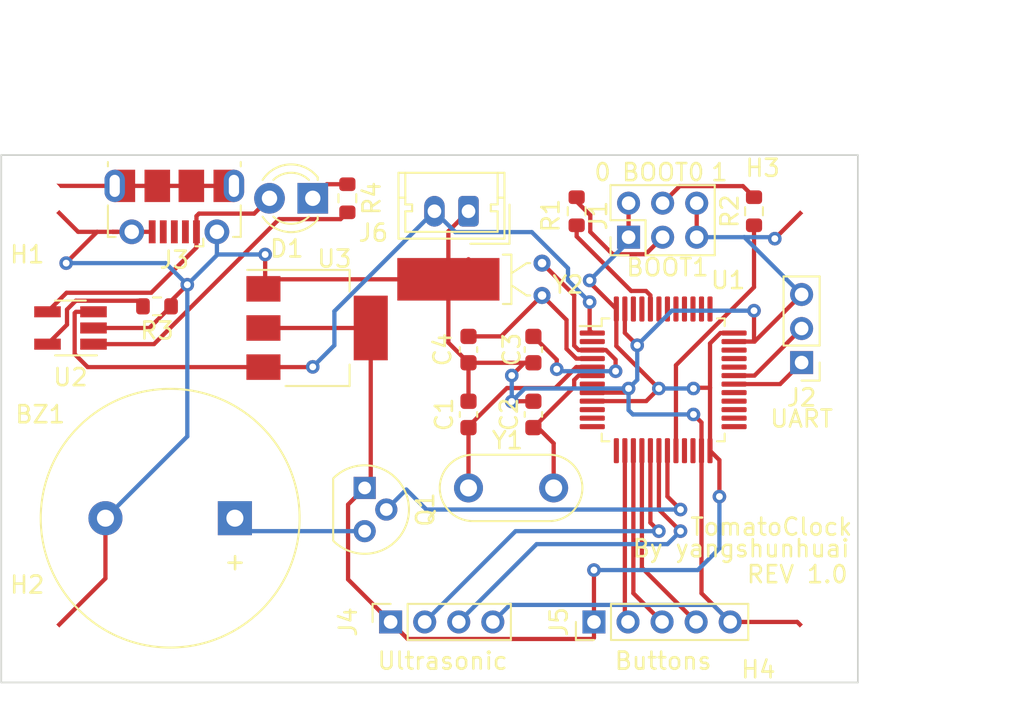
<source format=kicad_pcb>
(kicad_pcb (version 20171130) (host pcbnew "(5.1.10)-1")

  (general
    (thickness 1.6)
    (drawings 16)
    (tracks 239)
    (zones 0)
    (modules 26)
    (nets 25)
  )

  (page A4)
  (layers
    (0 F.Cu signal)
    (31 B.Cu signal)
    (32 B.Adhes user)
    (33 F.Adhes user)
    (34 B.Paste user)
    (35 F.Paste user)
    (36 B.SilkS user)
    (37 F.SilkS user)
    (38 B.Mask user)
    (39 F.Mask user)
    (40 Dwgs.User user)
    (41 Cmts.User user)
    (42 Eco1.User user)
    (43 Eco2.User user)
    (44 Edge.Cuts user)
    (45 Margin user)
    (46 B.CrtYd user)
    (47 F.CrtYd user)
    (48 B.Fab user)
    (49 F.Fab user)
  )

  (setup
    (last_trace_width 0.25)
    (trace_clearance 0.2)
    (zone_clearance 0.508)
    (zone_45_only no)
    (trace_min 0.2)
    (via_size 0.8)
    (via_drill 0.4)
    (via_min_size 0.4)
    (via_min_drill 0.3)
    (uvia_size 0.3)
    (uvia_drill 0.1)
    (uvias_allowed no)
    (uvia_min_size 0.2)
    (uvia_min_drill 0.1)
    (edge_width 0.1)
    (segment_width 0.2)
    (pcb_text_width 0.3)
    (pcb_text_size 1.5 1.5)
    (mod_edge_width 0.15)
    (mod_text_size 1 1)
    (mod_text_width 0.15)
    (pad_size 2.5 6)
    (pad_drill 0)
    (pad_to_mask_clearance 0)
    (aux_axis_origin 71.12 109.728)
    (visible_elements 7FFFFFFF)
    (pcbplotparams
      (layerselection 0x010fc_ffffffff)
      (usegerberextensions false)
      (usegerberattributes true)
      (usegerberadvancedattributes true)
      (creategerberjobfile true)
      (excludeedgelayer true)
      (linewidth 0.100000)
      (plotframeref false)
      (viasonmask false)
      (mode 1)
      (useauxorigin false)
      (hpglpennumber 1)
      (hpglpenspeed 20)
      (hpglpendiameter 15.000000)
      (psnegative false)
      (psa4output false)
      (plotreference true)
      (plotvalue true)
      (plotinvisibletext false)
      (padsonsilk false)
      (subtractmaskfromsilk false)
      (outputformat 1)
      (mirror false)
      (drillshape 1)
      (scaleselection 1)
      (outputdirectory ""))
  )

  (net 0 "")
  (net 1 GND)
  (net 2 "Net-(BZ1-Pad1)")
  (net 3 "Net-(C1-Pad1)")
  (net 4 "Net-(C2-Pad1)")
  (net 5 "Net-(C3-Pad1)")
  (net 6 "Net-(C4-Pad1)")
  (net 7 VBUS)
  (net 8 "Net-(D1-Pad1)")
  (net 9 +3V3)
  (net 10 "Net-(J2-Pad2)")
  (net 11 "Net-(J2-Pad1)")
  (net 12 US_ECHO)
  (net 13 US_TRIG)
  (net 14 RIGHT)
  (net 15 MIDDLE)
  (net 16 LEFT)
  (net 17 BUZZER)
  (net 18 BOOT0)
  (net 19 BOOT1)
  (net 20 "Net-(R3-Pad2)")
  (net 21 "Net-(R4-Pad2)")
  (net 22 +BATT)
  (net 23 "Net-(J1-Pad4)")
  (net 24 "Net-(J1-Pad3)")

  (net_class Default 这是默认网络类。
    (clearance 0.2)
    (trace_width 0.25)
    (via_dia 0.8)
    (via_drill 0.4)
    (uvia_dia 0.3)
    (uvia_drill 0.1)
    (add_net +3V3)
    (add_net +BATT)
    (add_net BOOT0)
    (add_net BOOT1)
    (add_net BUZZER)
    (add_net GND)
    (add_net LEFT)
    (add_net MIDDLE)
    (add_net "Net-(BZ1-Pad1)")
    (add_net "Net-(C1-Pad1)")
    (add_net "Net-(C2-Pad1)")
    (add_net "Net-(C3-Pad1)")
    (add_net "Net-(C4-Pad1)")
    (add_net "Net-(D1-Pad1)")
    (add_net "Net-(J1-Pad3)")
    (add_net "Net-(J1-Pad4)")
    (add_net "Net-(J2-Pad1)")
    (add_net "Net-(J2-Pad2)")
    (add_net "Net-(R3-Pad2)")
    (add_net "Net-(R4-Pad2)")
    (add_net RIGHT)
    (add_net US_ECHO)
    (add_net US_TRIG)
    (add_net VBUS)
  )

  (module Capacitor_SMD:C_0603_1608Metric (layer F.Cu) (tedit 5F68FEEE) (tstamp 61ABBFEB)
    (at 98.552 90.17 270)
    (descr "Capacitor SMD 0603 (1608 Metric), square (rectangular) end terminal, IPC_7351 nominal, (Body size source: IPC-SM-782 page 76, https://www.pcb-3d.com/wordpress/wp-content/uploads/ipc-sm-782a_amendment_1_and_2.pdf), generated with kicad-footprint-generator")
    (tags capacitor)
    (path /61A43D54)
    (attr smd)
    (fp_text reference C4 (at 0 1.524 90) (layer F.SilkS)
      (effects (font (size 1 1) (thickness 0.15)))
    )
    (fp_text value 22pF (at 0 1.43 90) (layer F.Fab)
      (effects (font (size 1 1) (thickness 0.15)))
    )
    (fp_line (start 1.48 0.73) (end -1.48 0.73) (layer F.CrtYd) (width 0.05))
    (fp_line (start 1.48 -0.73) (end 1.48 0.73) (layer F.CrtYd) (width 0.05))
    (fp_line (start -1.48 -0.73) (end 1.48 -0.73) (layer F.CrtYd) (width 0.05))
    (fp_line (start -1.48 0.73) (end -1.48 -0.73) (layer F.CrtYd) (width 0.05))
    (fp_line (start -0.14058 0.51) (end 0.14058 0.51) (layer F.SilkS) (width 0.12))
    (fp_line (start -0.14058 -0.51) (end 0.14058 -0.51) (layer F.SilkS) (width 0.12))
    (fp_line (start 0.8 0.4) (end -0.8 0.4) (layer F.Fab) (width 0.1))
    (fp_line (start 0.8 -0.4) (end 0.8 0.4) (layer F.Fab) (width 0.1))
    (fp_line (start -0.8 -0.4) (end 0.8 -0.4) (layer F.Fab) (width 0.1))
    (fp_line (start -0.8 0.4) (end -0.8 -0.4) (layer F.Fab) (width 0.1))
    (fp_text user %R (at 0 0 90) (layer F.Fab)
      (effects (font (size 0.4 0.4) (thickness 0.06)))
    )
    (pad 2 smd roundrect (at 0.775 0 270) (size 0.9 0.95) (layers F.Cu F.Paste F.Mask) (roundrect_rratio 0.25)
      (net 1 GND))
    (pad 1 smd roundrect (at -0.775 0 270) (size 0.9 0.95) (layers F.Cu F.Paste F.Mask) (roundrect_rratio 0.25)
      (net 6 "Net-(C4-Pad1)"))
    (model ${KISYS3DMOD}/Capacitor_SMD.3dshapes/C_0603_1608Metric.wrl
      (at (xyz 0 0 0))
      (scale (xyz 1 1 1))
      (rotate (xyz 0 0 0))
    )
  )

  (module Capacitor_SMD:C_0603_1608Metric (layer F.Cu) (tedit 5F68FEEE) (tstamp 61ABBFDA)
    (at 102.362 90.17 270)
    (descr "Capacitor SMD 0603 (1608 Metric), square (rectangular) end terminal, IPC_7351 nominal, (Body size source: IPC-SM-782 page 76, https://www.pcb-3d.com/wordpress/wp-content/uploads/ipc-sm-782a_amendment_1_and_2.pdf), generated with kicad-footprint-generator")
    (tags capacitor)
    (path /61A424DF)
    (attr smd)
    (fp_text reference C3 (at 0 1.27 90) (layer F.SilkS)
      (effects (font (size 1 1) (thickness 0.15)))
    )
    (fp_text value 22pF (at 0 1.43 90) (layer F.Fab)
      (effects (font (size 1 1) (thickness 0.15)))
    )
    (fp_line (start 1.48 0.73) (end -1.48 0.73) (layer F.CrtYd) (width 0.05))
    (fp_line (start 1.48 -0.73) (end 1.48 0.73) (layer F.CrtYd) (width 0.05))
    (fp_line (start -1.48 -0.73) (end 1.48 -0.73) (layer F.CrtYd) (width 0.05))
    (fp_line (start -1.48 0.73) (end -1.48 -0.73) (layer F.CrtYd) (width 0.05))
    (fp_line (start -0.14058 0.51) (end 0.14058 0.51) (layer F.SilkS) (width 0.12))
    (fp_line (start -0.14058 -0.51) (end 0.14058 -0.51) (layer F.SilkS) (width 0.12))
    (fp_line (start 0.8 0.4) (end -0.8 0.4) (layer F.Fab) (width 0.1))
    (fp_line (start 0.8 -0.4) (end 0.8 0.4) (layer F.Fab) (width 0.1))
    (fp_line (start -0.8 -0.4) (end 0.8 -0.4) (layer F.Fab) (width 0.1))
    (fp_line (start -0.8 0.4) (end -0.8 -0.4) (layer F.Fab) (width 0.1))
    (fp_text user %R (at 0 0 90) (layer F.Fab)
      (effects (font (size 0.4 0.4) (thickness 0.06)))
    )
    (pad 2 smd roundrect (at 0.775 0 270) (size 0.9 0.95) (layers F.Cu F.Paste F.Mask) (roundrect_rratio 0.25)
      (net 1 GND))
    (pad 1 smd roundrect (at -0.775 0 270) (size 0.9 0.95) (layers F.Cu F.Paste F.Mask) (roundrect_rratio 0.25)
      (net 5 "Net-(C3-Pad1)"))
    (model ${KISYS3DMOD}/Capacitor_SMD.3dshapes/C_0603_1608Metric.wrl
      (at (xyz 0 0 0))
      (scale (xyz 1 1 1))
      (rotate (xyz 0 0 0))
    )
  )

  (module Capacitor_SMD:C_0603_1608Metric (layer F.Cu) (tedit 5F68FEEE) (tstamp 61AC734C)
    (at 102.362 93.98 90)
    (descr "Capacitor SMD 0603 (1608 Metric), square (rectangular) end terminal, IPC_7351 nominal, (Body size source: IPC-SM-782 page 76, https://www.pcb-3d.com/wordpress/wp-content/uploads/ipc-sm-782a_amendment_1_and_2.pdf), generated with kicad-footprint-generator")
    (tags capacitor)
    (path /61A36608)
    (attr smd)
    (fp_text reference C2 (at 0 -1.43 90) (layer F.SilkS)
      (effects (font (size 1 1) (thickness 0.15)))
    )
    (fp_text value 22pF (at 0 1.43 90) (layer F.Fab)
      (effects (font (size 1 1) (thickness 0.15)))
    )
    (fp_line (start 1.48 0.73) (end -1.48 0.73) (layer F.CrtYd) (width 0.05))
    (fp_line (start 1.48 -0.73) (end 1.48 0.73) (layer F.CrtYd) (width 0.05))
    (fp_line (start -1.48 -0.73) (end 1.48 -0.73) (layer F.CrtYd) (width 0.05))
    (fp_line (start -1.48 0.73) (end -1.48 -0.73) (layer F.CrtYd) (width 0.05))
    (fp_line (start -0.14058 0.51) (end 0.14058 0.51) (layer F.SilkS) (width 0.12))
    (fp_line (start -0.14058 -0.51) (end 0.14058 -0.51) (layer F.SilkS) (width 0.12))
    (fp_line (start 0.8 0.4) (end -0.8 0.4) (layer F.Fab) (width 0.1))
    (fp_line (start 0.8 -0.4) (end 0.8 0.4) (layer F.Fab) (width 0.1))
    (fp_line (start -0.8 -0.4) (end 0.8 -0.4) (layer F.Fab) (width 0.1))
    (fp_line (start -0.8 0.4) (end -0.8 -0.4) (layer F.Fab) (width 0.1))
    (fp_text user %R (at 0 0 90) (layer F.Fab)
      (effects (font (size 0.4 0.4) (thickness 0.06)))
    )
    (pad 2 smd roundrect (at 0.775 0 90) (size 0.9 0.95) (layers F.Cu F.Paste F.Mask) (roundrect_rratio 0.25)
      (net 1 GND))
    (pad 1 smd roundrect (at -0.775 0 90) (size 0.9 0.95) (layers F.Cu F.Paste F.Mask) (roundrect_rratio 0.25)
      (net 4 "Net-(C2-Pad1)"))
    (model ${KISYS3DMOD}/Capacitor_SMD.3dshapes/C_0603_1608Metric.wrl
      (at (xyz 0 0 0))
      (scale (xyz 1 1 1))
      (rotate (xyz 0 0 0))
    )
  )

  (module Capacitor_SMD:C_0603_1608Metric (layer F.Cu) (tedit 5F68FEEE) (tstamp 61ABBFB8)
    (at 98.552 93.98 90)
    (descr "Capacitor SMD 0603 (1608 Metric), square (rectangular) end terminal, IPC_7351 nominal, (Body size source: IPC-SM-782 page 76, https://www.pcb-3d.com/wordpress/wp-content/uploads/ipc-sm-782a_amendment_1_and_2.pdf), generated with kicad-footprint-generator")
    (tags capacitor)
    (path /61A35750)
    (attr smd)
    (fp_text reference C1 (at 0 -1.43 90) (layer F.SilkS)
      (effects (font (size 1 1) (thickness 0.15)))
    )
    (fp_text value 22pF (at 0 1.43 90) (layer F.Fab)
      (effects (font (size 1 1) (thickness 0.15)))
    )
    (fp_line (start 1.48 0.73) (end -1.48 0.73) (layer F.CrtYd) (width 0.05))
    (fp_line (start 1.48 -0.73) (end 1.48 0.73) (layer F.CrtYd) (width 0.05))
    (fp_line (start -1.48 -0.73) (end 1.48 -0.73) (layer F.CrtYd) (width 0.05))
    (fp_line (start -1.48 0.73) (end -1.48 -0.73) (layer F.CrtYd) (width 0.05))
    (fp_line (start -0.14058 0.51) (end 0.14058 0.51) (layer F.SilkS) (width 0.12))
    (fp_line (start -0.14058 -0.51) (end 0.14058 -0.51) (layer F.SilkS) (width 0.12))
    (fp_line (start 0.8 0.4) (end -0.8 0.4) (layer F.Fab) (width 0.1))
    (fp_line (start 0.8 -0.4) (end 0.8 0.4) (layer F.Fab) (width 0.1))
    (fp_line (start -0.8 -0.4) (end 0.8 -0.4) (layer F.Fab) (width 0.1))
    (fp_line (start -0.8 0.4) (end -0.8 -0.4) (layer F.Fab) (width 0.1))
    (fp_text user %R (at 0 0 90) (layer F.Fab)
      (effects (font (size 0.4 0.4) (thickness 0.06)))
    )
    (pad 2 smd roundrect (at 0.775 0 90) (size 0.9 0.95) (layers F.Cu F.Paste F.Mask) (roundrect_rratio 0.25)
      (net 1 GND))
    (pad 1 smd roundrect (at -0.775 0 90) (size 0.9 0.95) (layers F.Cu F.Paste F.Mask) (roundrect_rratio 0.25)
      (net 3 "Net-(C1-Pad1)"))
    (model ${KISYS3DMOD}/Capacitor_SMD.3dshapes/C_0603_1608Metric.wrl
      (at (xyz 0 0 0))
      (scale (xyz 1 1 1))
      (rotate (xyz 0 0 0))
    )
  )

  (module Connector_Molex:Molex_Micro-Latch_53253-0270_1x02_P2.00mm_Vertical (layer F.Cu) (tedit 5B781643) (tstamp 61ACBB9D)
    (at 98.552 82.042 180)
    (descr "Molex Micro-Latch Wire-to-Board Connector System, 53253-0270 (compatible alternatives: 53253-0250), 2 Pins per row (http://www.molex.com/pdm_docs/sd/532530770_sd.pdf), generated with kicad-footprint-generator")
    (tags "connector Molex Micro-Latch side entry")
    (path /61ACD25C)
    (fp_text reference J6 (at 5.588 -1.27) (layer F.SilkS)
      (effects (font (size 1 1) (thickness 0.15)))
    )
    (fp_text value Battery (at 1 3.35) (layer F.Fab)
      (effects (font (size 1 1) (thickness 0.15)))
    )
    (fp_line (start -2 -1.5) (end -2 2.15) (layer F.Fab) (width 0.1))
    (fp_line (start -2 2.15) (end 4 2.15) (layer F.Fab) (width 0.1))
    (fp_line (start 4 2.15) (end 4 -1.5) (layer F.Fab) (width 0.1))
    (fp_line (start 4 -1.5) (end -2 -1.5) (layer F.Fab) (width 0.1))
    (fp_line (start -2.11 -1.61) (end -2.11 2.26) (layer F.SilkS) (width 0.12))
    (fp_line (start -2.11 2.26) (end 4.11 2.26) (layer F.SilkS) (width 0.12))
    (fp_line (start 4.11 2.26) (end 4.11 -1.61) (layer F.SilkS) (width 0.12))
    (fp_line (start 4.11 -1.61) (end -2.11 -1.61) (layer F.SilkS) (width 0.12))
    (fp_line (start -0.11 -1.91) (end -2.41 -1.91) (layer F.SilkS) (width 0.12))
    (fp_line (start -2.41 -1.91) (end -2.41 0.39) (layer F.SilkS) (width 0.12))
    (fp_line (start -0.5 -1.5) (end 0 -0.792893) (layer F.Fab) (width 0.1))
    (fp_line (start 0 -0.792893) (end 0.5 -1.5) (layer F.Fab) (width 0.1))
    (fp_line (start -2.11 0.8) (end -1.71 0.8) (layer F.SilkS) (width 0.12))
    (fp_line (start 4.11 0.8) (end 3.71 0.8) (layer F.SilkS) (width 0.12))
    (fp_line (start 1 -1.21) (end -1.71 -1.21) (layer F.SilkS) (width 0.12))
    (fp_line (start -1.71 -1.21) (end -1.71 0) (layer F.SilkS) (width 0.12))
    (fp_line (start -1.71 0) (end -1.31 0) (layer F.SilkS) (width 0.12))
    (fp_line (start -1.31 0) (end -1.31 0.4) (layer F.SilkS) (width 0.12))
    (fp_line (start -1.31 0.4) (end -1.71 0.4) (layer F.SilkS) (width 0.12))
    (fp_line (start -1.71 0.4) (end -1.71 2.26) (layer F.SilkS) (width 0.12))
    (fp_line (start 1 -1.21) (end 3.71 -1.21) (layer F.SilkS) (width 0.12))
    (fp_line (start 3.71 -1.21) (end 3.71 0) (layer F.SilkS) (width 0.12))
    (fp_line (start 3.71 0) (end 3.31 0) (layer F.SilkS) (width 0.12))
    (fp_line (start 3.31 0) (end 3.31 0.4) (layer F.SilkS) (width 0.12))
    (fp_line (start 3.31 0.4) (end 3.71 0.4) (layer F.SilkS) (width 0.12))
    (fp_line (start 3.71 0.4) (end 3.71 2.26) (layer F.SilkS) (width 0.12))
    (fp_line (start -2.5 -2) (end -2.5 2.65) (layer F.CrtYd) (width 0.05))
    (fp_line (start -2.5 2.65) (end 4.5 2.65) (layer F.CrtYd) (width 0.05))
    (fp_line (start 4.5 2.65) (end 4.5 -2) (layer F.CrtYd) (width 0.05))
    (fp_line (start 4.5 -2) (end -2.5 -2) (layer F.CrtYd) (width 0.05))
    (fp_text user %R (at 1 1.45) (layer F.Fab)
      (effects (font (size 1 1) (thickness 0.15)))
    )
    (pad 2 thru_hole oval (at 2 0 180) (size 1.2 1.8) (drill 0.8) (layers *.Cu *.Mask)
      (net 22 +BATT))
    (pad 1 thru_hole roundrect (at 0 0 180) (size 1.2 1.8) (drill 0.8) (layers *.Cu *.Mask) (roundrect_rratio 0.2083325)
      (net 1 GND))
    (model ${KISYS3DMOD}/Connector_Molex.3dshapes/Molex_Micro-Latch_53253-0270_1x02_P2.00mm_Vertical.wrl
      (at (xyz 0 0 0))
      (scale (xyz 1 1 1))
      (rotate (xyz 0 0 0))
    )
  )

  (module MountingHole:MountingHole_2.2mm_M2 (layer F.Cu) (tedit 56D1B4CB) (tstamp 61AC9D81)
    (at 118.872 107.188)
    (descr "Mounting Hole 2.2mm, no annular, M2")
    (tags "mounting hole 2.2mm no annular m2")
    (path /61AD01F9)
    (attr virtual)
    (fp_text reference H4 (at -3.302 1.778) (layer F.SilkS)
      (effects (font (size 1 1) (thickness 0.15)))
    )
    (fp_text value hole (at 0 3.2) (layer F.Fab)
      (effects (font (size 1 1) (thickness 0.15)))
    )
    (fp_circle (center 0 0) (end 2.45 0) (layer F.CrtYd) (width 0.05))
    (fp_circle (center 0 0) (end 2.2 0) (layer Cmts.User) (width 0.15))
    (fp_text user %R (at 0.3 0) (layer F.Fab)
      (effects (font (size 1 1) (thickness 0.15)))
    )
    (pad 1 np_thru_hole circle (at 0 0) (size 2.2 2.2) (drill 2.2) (layers *.Cu *.Mask)
      (net 1 GND))
  )

  (module MountingHole:MountingHole_2.2mm_M2 (layer F.Cu) (tedit 56D1B4CB) (tstamp 61AC9D79)
    (at 118.872 81.28)
    (descr "Mounting Hole 2.2mm, no annular, M2")
    (tags "mounting hole 2.2mm no annular m2")
    (path /61ACEB53)
    (attr virtual)
    (fp_text reference H3 (at -3.048 -1.778) (layer F.SilkS)
      (effects (font (size 1 1) (thickness 0.15)))
    )
    (fp_text value hole (at 0 3.2) (layer F.Fab)
      (effects (font (size 1 1) (thickness 0.15)))
    )
    (fp_circle (center 0 0) (end 2.45 0) (layer F.CrtYd) (width 0.05))
    (fp_circle (center 0 0) (end 2.2 0) (layer Cmts.User) (width 0.15))
    (fp_text user %R (at 0.3 0) (layer F.Fab)
      (effects (font (size 1 1) (thickness 0.15)))
    )
    (pad 1 np_thru_hole circle (at 0 0) (size 2.2 2.2) (drill 2.2) (layers *.Cu *.Mask)
      (net 1 GND))
  )

  (module MountingHole:MountingHole_2.2mm_M2 (layer F.Cu) (tedit 56D1B4CB) (tstamp 61AC9D71)
    (at 73.66 107.188)
    (descr "Mounting Hole 2.2mm, no annular, M2")
    (tags "mounting hole 2.2mm no annular m2")
    (path /61ACD3E9)
    (attr virtual)
    (fp_text reference H2 (at -1.016 -3.2) (layer F.SilkS)
      (effects (font (size 1 1) (thickness 0.15)))
    )
    (fp_text value hole (at 0 3.2) (layer F.Fab)
      (effects (font (size 1 1) (thickness 0.15)))
    )
    (fp_circle (center 0 0) (end 2.45 0) (layer F.CrtYd) (width 0.05))
    (fp_circle (center 0 0) (end 2.2 0) (layer Cmts.User) (width 0.15))
    (fp_text user %R (at 0.3 0) (layer F.Fab)
      (effects (font (size 1 1) (thickness 0.15)))
    )
    (pad 1 np_thru_hole circle (at 0 0) (size 2.2 2.2) (drill 2.2) (layers *.Cu *.Mask)
      (net 1 GND))
  )

  (module MountingHole:MountingHole_2.2mm_M2 (layer F.Cu) (tedit 56D1B4CB) (tstamp 61AC9D69)
    (at 73.66 81.28)
    (descr "Mounting Hole 2.2mm, no annular, M2")
    (tags "mounting hole 2.2mm no annular m2")
    (path /61ACAE9A)
    (attr virtual)
    (fp_text reference H1 (at -1.016 3.302) (layer F.SilkS)
      (effects (font (size 1 1) (thickness 0.15)))
    )
    (fp_text value hole (at 0 3.2) (layer F.Fab)
      (effects (font (size 1 1) (thickness 0.15)))
    )
    (fp_circle (center 0 0) (end 2.45 0) (layer F.CrtYd) (width 0.05))
    (fp_circle (center 0 0) (end 2.2 0) (layer Cmts.User) (width 0.15))
    (fp_text user %R (at 0.3 0) (layer F.Fab)
      (effects (font (size 1 1) (thickness 0.15)))
    )
    (pad 1 np_thru_hole circle (at 0 0) (size 2.2 2.2) (drill 2.2) (layers *.Cu *.Mask)
      (net 1 GND))
  )

  (module Connector_PinSocket_2.00mm:PinSocket_1x04_P2.00mm_Vertical (layer F.Cu) (tedit 5A19A425) (tstamp 61ABC072)
    (at 93.98 106.172 90)
    (descr "Through hole straight socket strip, 1x04, 2.00mm pitch, single row (from Kicad 4.0.7), script generated")
    (tags "Through hole socket strip THT 1x04 2.00mm single row")
    (path /61A6DD8C)
    (fp_text reference J4 (at 0 -2.5 90) (layer F.SilkS)
      (effects (font (size 1 1) (thickness 0.15)))
    )
    (fp_text value Ultrasonic (at 0 8.5 90) (layer F.Fab)
      (effects (font (size 1 1) (thickness 0.15)))
    )
    (fp_line (start -1 -1) (end 0.5 -1) (layer F.Fab) (width 0.1))
    (fp_line (start 0.5 -1) (end 1 -0.5) (layer F.Fab) (width 0.1))
    (fp_line (start 1 -0.5) (end 1 7) (layer F.Fab) (width 0.1))
    (fp_line (start 1 7) (end -1 7) (layer F.Fab) (width 0.1))
    (fp_line (start -1 7) (end -1 -1) (layer F.Fab) (width 0.1))
    (fp_line (start -1.06 1) (end 1.06 1) (layer F.SilkS) (width 0.12))
    (fp_line (start -1.06 1) (end -1.06 7.06) (layer F.SilkS) (width 0.12))
    (fp_line (start -1.06 7.06) (end 1.06 7.06) (layer F.SilkS) (width 0.12))
    (fp_line (start 1.06 1) (end 1.06 7.06) (layer F.SilkS) (width 0.12))
    (fp_line (start 1.06 -1.06) (end 1.06 0) (layer F.SilkS) (width 0.12))
    (fp_line (start 0 -1.06) (end 1.06 -1.06) (layer F.SilkS) (width 0.12))
    (fp_line (start -1.5 -1.5) (end 1.5 -1.5) (layer F.CrtYd) (width 0.05))
    (fp_line (start 1.5 -1.5) (end 1.5 7.5) (layer F.CrtYd) (width 0.05))
    (fp_line (start 1.5 7.5) (end -1.5 7.5) (layer F.CrtYd) (width 0.05))
    (fp_line (start -1.5 7.5) (end -1.5 -1.5) (layer F.CrtYd) (width 0.05))
    (fp_text user %R (at 0 3) (layer F.Fab)
      (effects (font (size 1 1) (thickness 0.15)))
    )
    (pad 4 thru_hole oval (at 0 6 90) (size 1.35 1.35) (drill 0.8) (layers *.Cu *.Mask)
      (net 1 GND))
    (pad 3 thru_hole oval (at 0 4 90) (size 1.35 1.35) (drill 0.8) (layers *.Cu *.Mask)
      (net 12 US_ECHO))
    (pad 2 thru_hole oval (at 0 2 90) (size 1.35 1.35) (drill 0.8) (layers *.Cu *.Mask)
      (net 13 US_TRIG))
    (pad 1 thru_hole rect (at 0 0 90) (size 1.35 1.35) (drill 0.8) (layers *.Cu *.Mask)
      (net 9 +3V3))
    (model ${KISYS3DMOD}/Connector_PinSocket_2.00mm.3dshapes/PinSocket_1x04_P2.00mm_Vertical.wrl
      (at (xyz 0 0 0))
      (scale (xyz 1 1 1))
      (rotate (xyz 0 0 0))
    )
  )

  (module Connector_PinHeader_2.00mm:PinHeader_2x03_P2.00mm_Vertical (layer F.Cu) (tedit 59FED667) (tstamp 61AC8467)
    (at 107.95 83.566 90)
    (descr "Through hole straight pin header, 2x03, 2.00mm pitch, double rows")
    (tags "Through hole pin header THT 2x03 2.00mm double row")
    (path /61ACA0B6)
    (fp_text reference J1 (at 1.27 -1.778 90) (layer F.SilkS)
      (effects (font (size 1 1) (thickness 0.15)))
    )
    (fp_text value Boot (at 1 6.06 90) (layer F.Fab)
      (effects (font (size 1 1) (thickness 0.15)))
    )
    (fp_line (start 3.5 -1.5) (end -1.5 -1.5) (layer F.CrtYd) (width 0.05))
    (fp_line (start 3.5 5.5) (end 3.5 -1.5) (layer F.CrtYd) (width 0.05))
    (fp_line (start -1.5 5.5) (end 3.5 5.5) (layer F.CrtYd) (width 0.05))
    (fp_line (start -1.5 -1.5) (end -1.5 5.5) (layer F.CrtYd) (width 0.05))
    (fp_line (start -1.06 -1.06) (end 0 -1.06) (layer F.SilkS) (width 0.12))
    (fp_line (start -1.06 0) (end -1.06 -1.06) (layer F.SilkS) (width 0.12))
    (fp_line (start 1 -1.06) (end 3.06 -1.06) (layer F.SilkS) (width 0.12))
    (fp_line (start 1 1) (end 1 -1.06) (layer F.SilkS) (width 0.12))
    (fp_line (start -1.06 1) (end 1 1) (layer F.SilkS) (width 0.12))
    (fp_line (start 3.06 -1.06) (end 3.06 5.06) (layer F.SilkS) (width 0.12))
    (fp_line (start -1.06 1) (end -1.06 5.06) (layer F.SilkS) (width 0.12))
    (fp_line (start -1.06 5.06) (end 3.06 5.06) (layer F.SilkS) (width 0.12))
    (fp_line (start -1 0) (end 0 -1) (layer F.Fab) (width 0.1))
    (fp_line (start -1 5) (end -1 0) (layer F.Fab) (width 0.1))
    (fp_line (start 3 5) (end -1 5) (layer F.Fab) (width 0.1))
    (fp_line (start 3 -1) (end 3 5) (layer F.Fab) (width 0.1))
    (fp_line (start 0 -1) (end 3 -1) (layer F.Fab) (width 0.1))
    (fp_text user %R (at 1 2) (layer F.Fab)
      (effects (font (size 1 1) (thickness 0.15)))
    )
    (pad 6 thru_hole oval (at 2 4 90) (size 1.35 1.35) (drill 0.8) (layers *.Cu *.Mask)
      (net 1 GND))
    (pad 5 thru_hole oval (at 0 4 90) (size 1.35 1.35) (drill 0.8) (layers *.Cu *.Mask)
      (net 1 GND))
    (pad 4 thru_hole oval (at 2 2 90) (size 1.35 1.35) (drill 0.8) (layers *.Cu *.Mask)
      (net 23 "Net-(J1-Pad4)"))
    (pad 3 thru_hole oval (at 0 2 90) (size 1.35 1.35) (drill 0.8) (layers *.Cu *.Mask)
      (net 24 "Net-(J1-Pad3)"))
    (pad 2 thru_hole oval (at 2 0 90) (size 1.35 1.35) (drill 0.8) (layers *.Cu *.Mask)
      (net 9 +3V3))
    (pad 1 thru_hole rect (at 0 0 90) (size 1.35 1.35) (drill 0.8) (layers *.Cu *.Mask)
      (net 9 +3V3))
    (model ${KISYS3DMOD}/Connector_PinHeader_2.00mm.3dshapes/PinHeader_2x03_P2.00mm_Vertical.wrl
      (at (xyz 0 0 0))
      (scale (xyz 1 1 1))
      (rotate (xyz 0 0 0))
    )
  )

  (module Crystal:Crystal_DS26_D2.0mm_L6.0mm_Horizontal_1EP_style1 (layer F.Cu) (tedit 61AF1F3A) (tstamp 61ABC1B3)
    (at 102.87 85.09 270)
    (descr "Crystal THT DS26 6.0mm length 2.0mm diameter http://www.microcrystal.com/images/_Product-Documentation/03_TF_metal_Packages/01_Datasheet/DS-Series.pdf")
    (tags ['DS26'])
    (path /61A3BB6D)
    (fp_text reference Y2 (at 1.27 -1.524) (layer F.SilkS)
      (effects (font (size 1 1) (thickness 0.15)))
    )
    (fp_text value 32.768kHz (at 3.72 1.625) (layer F.Fab)
      (effects (font (size 1 1) (thickness 0.15)))
    )
    (fp_line (start 2.7 -0.8) (end -0.8 -0.8) (layer F.CrtYd) (width 0.05))
    (fp_line (start 2.7 8.8) (end 2.7 -0.8) (layer F.CrtYd) (width 0.05))
    (fp_line (start -0.8 8.8) (end 2.7 8.8) (layer F.CrtYd) (width 0.05))
    (fp_line (start -0.8 -0.8) (end -0.8 8.8) (layer F.CrtYd) (width 0.05))
    (fp_line (start 1.9 0.9) (end 1.9 0.7) (layer F.SilkS) (width 0.12))
    (fp_line (start 1.3 1.8) (end 1.9 0.9) (layer F.SilkS) (width 0.12))
    (fp_line (start 0 0.9) (end 0 0.7) (layer F.SilkS) (width 0.12))
    (fp_line (start 0.6 1.8) (end 0 0.9) (layer F.SilkS) (width 0.12))
    (fp_line (start 2.4 1.8) (end 2.4 2.3) (layer F.SilkS) (width 0.12))
    (fp_line (start -0.5 1.8) (end 2.4 1.8) (layer F.SilkS) (width 0.12))
    (fp_line (start -0.5 2.3) (end -0.5 1.8) (layer F.SilkS) (width 0.12))
    (fp_line (start 1.9 1) (end 1.9 0) (layer F.Fab) (width 0.1))
    (fp_line (start 1.3 2) (end 1.9 1) (layer F.Fab) (width 0.1))
    (fp_line (start 0 1) (end 0 0) (layer F.Fab) (width 0.1))
    (fp_line (start 0.6 2) (end 0 1) (layer F.Fab) (width 0.1))
    (fp_line (start 1.95 2) (end -0.05 2) (layer F.Fab) (width 0.1))
    (fp_line (start 1.95 8) (end 1.95 2) (layer F.Fab) (width 0.1))
    (fp_line (start -0.05 8) (end 1.95 8) (layer F.Fab) (width 0.1))
    (fp_line (start -0.05 2) (end -0.05 8) (layer F.Fab) (width 0.1))
    (fp_text user %R (at 1 5.25) (layer F.Fab)
      (effects (font (size 0.7 0.7) (thickness 0.105)))
    )
    (pad 3 smd rect (at 0.95 5.5 270) (size 2.5 6) (layers F.Cu F.Paste F.Mask)
      (net 1 GND))
    (pad 2 thru_hole circle (at 1.9 0 270) (size 1 1) (drill 0.5) (layers *.Cu *.Mask)
      (net 6 "Net-(C4-Pad1)"))
    (pad 1 thru_hole circle (at 0 0 270) (size 1 1) (drill 0.5) (layers *.Cu *.Mask)
      (net 5 "Net-(C3-Pad1)"))
    (model ${KISYS3DMOD}/Crystal.3dshapes/Crystal_DS26_D2.0mm_L6.0mm_Horizontal_1EP_style1.wrl
      (at (xyz 0 0 0))
      (scale (xyz 1 1 1))
      (rotate (xyz 0 0 0))
    )
  )

  (module Crystal:Resonator-2Pin_W8.0mm_H3.5mm (layer F.Cu) (tedit 5A0FD1B2) (tstamp 61ABC198)
    (at 98.552 98.298)
    (descr "Ceramic Resomator/Filter 8.0x3.5mm^2, length*width=8.0x3.5mm^2 package, package length=8.0mm, package width=3.5mm, 2 pins")
    (tags "THT ceramic resonator filter")
    (path /61A35862)
    (fp_text reference Y1 (at 2.286 -2.794) (layer F.SilkS)
      (effects (font (size 1 1) (thickness 0.15)))
    )
    (fp_text value 8MHz (at 2.5 2.95) (layer F.Fab)
      (effects (font (size 1 1) (thickness 0.15)))
    )
    (fp_line (start 7 -2.2) (end -2 -2.2) (layer F.CrtYd) (width 0.05))
    (fp_line (start 7 2.2) (end 7 -2.2) (layer F.CrtYd) (width 0.05))
    (fp_line (start -2 2.2) (end 7 2.2) (layer F.CrtYd) (width 0.05))
    (fp_line (start -2 -2.2) (end -2 2.2) (layer F.CrtYd) (width 0.05))
    (fp_line (start 0.25 1.95) (end 4.75 1.95) (layer F.SilkS) (width 0.12))
    (fp_line (start 0.25 -1.95) (end 4.75 -1.95) (layer F.SilkS) (width 0.12))
    (fp_line (start 0.25 1.75) (end 4.75 1.75) (layer F.Fab) (width 0.1))
    (fp_line (start 0.25 -1.75) (end 4.75 -1.75) (layer F.Fab) (width 0.1))
    (fp_line (start 0.25 1.75) (end 4.75 1.75) (layer F.Fab) (width 0.1))
    (fp_line (start 0.25 -1.75) (end 4.75 -1.75) (layer F.Fab) (width 0.1))
    (fp_arc (start 4.75 0) (end 4.75 -1.95) (angle 180) (layer F.SilkS) (width 0.12))
    (fp_arc (start 0.25 0) (end 0.25 -1.95) (angle -180) (layer F.SilkS) (width 0.12))
    (fp_arc (start 4.75 0) (end 4.75 -1.75) (angle 180) (layer F.Fab) (width 0.1))
    (fp_arc (start 0.25 0) (end 0.25 -1.75) (angle -180) (layer F.Fab) (width 0.1))
    (fp_arc (start 4.75 0) (end 4.75 -1.75) (angle 180) (layer F.Fab) (width 0.1))
    (fp_arc (start 0.25 0) (end 0.25 -1.75) (angle -180) (layer F.Fab) (width 0.1))
    (fp_text user %R (at 2.5 0) (layer F.Fab)
      (effects (font (size 1 1) (thickness 0.15)))
    )
    (pad 2 thru_hole circle (at 5 0) (size 1.7 1.7) (drill 1) (layers *.Cu *.Mask)
      (net 4 "Net-(C2-Pad1)"))
    (pad 1 thru_hole circle (at 0 0) (size 1.7 1.7) (drill 1) (layers *.Cu *.Mask)
      (net 3 "Net-(C1-Pad1)"))
    (model ${KISYS3DMOD}/Crystal.3dshapes/Resonator-2Pin_W8.0mm_H3.5mm.wrl
      (at (xyz 0 0 0))
      (scale (xyz 1 1 1))
      (rotate (xyz 0 0 0))
    )
  )

  (module Package_TO_SOT_SMD:SOT-223-3_TabPin2 (layer F.Cu) (tedit 5A02FF57) (tstamp 61AC6E7D)
    (at 89.662 88.9)
    (descr "module CMS SOT223 4 pins")
    (tags "CMS SOT")
    (path /61A69BB0)
    (attr smd)
    (fp_text reference U3 (at 1.016 -4.064) (layer F.SilkS)
      (effects (font (size 1 1) (thickness 0.15)))
    )
    (fp_text value AP1117-33 (at 0 4.5) (layer F.Fab)
      (effects (font (size 1 1) (thickness 0.15)))
    )
    (fp_line (start 1.85 -3.35) (end 1.85 3.35) (layer F.Fab) (width 0.1))
    (fp_line (start -1.85 3.35) (end 1.85 3.35) (layer F.Fab) (width 0.1))
    (fp_line (start -4.1 -3.41) (end 1.91 -3.41) (layer F.SilkS) (width 0.12))
    (fp_line (start -0.85 -3.35) (end 1.85 -3.35) (layer F.Fab) (width 0.1))
    (fp_line (start -1.85 3.41) (end 1.91 3.41) (layer F.SilkS) (width 0.12))
    (fp_line (start -1.85 -2.35) (end -1.85 3.35) (layer F.Fab) (width 0.1))
    (fp_line (start -1.85 -2.35) (end -0.85 -3.35) (layer F.Fab) (width 0.1))
    (fp_line (start -4.4 -3.6) (end -4.4 3.6) (layer F.CrtYd) (width 0.05))
    (fp_line (start -4.4 3.6) (end 4.4 3.6) (layer F.CrtYd) (width 0.05))
    (fp_line (start 4.4 3.6) (end 4.4 -3.6) (layer F.CrtYd) (width 0.05))
    (fp_line (start 4.4 -3.6) (end -4.4 -3.6) (layer F.CrtYd) (width 0.05))
    (fp_line (start 1.91 -3.41) (end 1.91 -2.15) (layer F.SilkS) (width 0.12))
    (fp_line (start 1.91 3.41) (end 1.91 2.15) (layer F.SilkS) (width 0.12))
    (fp_text user %R (at 0 0 90) (layer F.Fab)
      (effects (font (size 0.8 0.8) (thickness 0.12)))
    )
    (pad 1 smd rect (at -3.15 -2.3) (size 2 1.5) (layers F.Cu F.Paste F.Mask)
      (net 1 GND))
    (pad 3 smd rect (at -3.15 2.3) (size 2 1.5) (layers F.Cu F.Paste F.Mask)
      (net 22 +BATT))
    (pad 2 smd rect (at -3.15 0) (size 2 1.5) (layers F.Cu F.Paste F.Mask)
      (net 9 +3V3))
    (pad 2 smd rect (at 3.15 0) (size 2 3.8) (layers F.Cu F.Paste F.Mask)
      (net 9 +3V3))
    (model ${KISYS3DMOD}/Package_TO_SOT_SMD.3dshapes/SOT-223.wrl
      (at (xyz 0 0 0))
      (scale (xyz 1 1 1))
      (rotate (xyz 0 0 0))
    )
  )

  (module Package_TO_SOT_SMD:SOT-23-5_HandSoldering (layer F.Cu) (tedit 5A0AB76C) (tstamp 61AC6E40)
    (at 75.184 88.9 180)
    (descr "5-pin SOT23 package")
    (tags "SOT-23-5 hand-soldering")
    (path /61A782D4)
    (attr smd)
    (fp_text reference U2 (at 0 -2.9) (layer F.SilkS)
      (effects (font (size 1 1) (thickness 0.15)))
    )
    (fp_text value WS4518E (at 0 2.9) (layer F.Fab)
      (effects (font (size 1 1) (thickness 0.15)))
    )
    (fp_line (start 2.38 1.8) (end -2.38 1.8) (layer F.CrtYd) (width 0.05))
    (fp_line (start 2.38 1.8) (end 2.38 -1.8) (layer F.CrtYd) (width 0.05))
    (fp_line (start -2.38 -1.8) (end -2.38 1.8) (layer F.CrtYd) (width 0.05))
    (fp_line (start -2.38 -1.8) (end 2.38 -1.8) (layer F.CrtYd) (width 0.05))
    (fp_line (start 0.9 -1.55) (end 0.9 1.55) (layer F.Fab) (width 0.1))
    (fp_line (start 0.9 1.55) (end -0.9 1.55) (layer F.Fab) (width 0.1))
    (fp_line (start -0.9 -0.9) (end -0.9 1.55) (layer F.Fab) (width 0.1))
    (fp_line (start 0.9 -1.55) (end -0.25 -1.55) (layer F.Fab) (width 0.1))
    (fp_line (start -0.9 -0.9) (end -0.25 -1.55) (layer F.Fab) (width 0.1))
    (fp_line (start 0.9 -1.61) (end -1.55 -1.61) (layer F.SilkS) (width 0.12))
    (fp_line (start -0.9 1.61) (end 0.9 1.61) (layer F.SilkS) (width 0.12))
    (fp_text user %R (at 0 0 90) (layer F.Fab)
      (effects (font (size 0.5 0.5) (thickness 0.075)))
    )
    (pad 5 smd rect (at 1.35 -0.95 180) (size 1.56 0.65) (layers F.Cu F.Paste F.Mask)
      (net 20 "Net-(R3-Pad2)"))
    (pad 4 smd rect (at 1.35 0.95 180) (size 1.56 0.65) (layers F.Cu F.Paste F.Mask)
      (net 7 VBUS))
    (pad 3 smd rect (at -1.35 0.95 180) (size 1.56 0.65) (layers F.Cu F.Paste F.Mask)
      (net 22 +BATT))
    (pad 2 smd rect (at -1.35 0 180) (size 1.56 0.65) (layers F.Cu F.Paste F.Mask)
      (net 1 GND))
    (pad 1 smd rect (at -1.35 -0.95 180) (size 1.56 0.65) (layers F.Cu F.Paste F.Mask)
      (net 21 "Net-(R4-Pad2)"))
    (model ${KISYS3DMOD}/Package_TO_SOT_SMD.3dshapes/SOT-23-5.wrl
      (at (xyz 0 0 0))
      (scale (xyz 1 1 1))
      (rotate (xyz 0 0 0))
    )
  )

  (module Package_QFP:LQFP-48_7x7mm_P0.5mm (layer F.Cu) (tedit 5D9F72AF) (tstamp 61AC6D78)
    (at 109.982 91.948)
    (descr "LQFP, 48 Pin (https://www.analog.com/media/en/technical-documentation/data-sheets/ltc2358-16.pdf), generated with kicad-footprint-generator ipc_gullwing_generator.py")
    (tags "LQFP QFP")
    (path /61A33571)
    (attr smd)
    (fp_text reference U1 (at 3.81 -5.85) (layer F.SilkS)
      (effects (font (size 1 1) (thickness 0.15)))
    )
    (fp_text value STM32F103C8T6 (at 0 5.85) (layer F.Fab)
      (effects (font (size 1 1) (thickness 0.15)))
    )
    (fp_line (start 5.15 3.15) (end 5.15 0) (layer F.CrtYd) (width 0.05))
    (fp_line (start 3.75 3.15) (end 5.15 3.15) (layer F.CrtYd) (width 0.05))
    (fp_line (start 3.75 3.75) (end 3.75 3.15) (layer F.CrtYd) (width 0.05))
    (fp_line (start 3.15 3.75) (end 3.75 3.75) (layer F.CrtYd) (width 0.05))
    (fp_line (start 3.15 5.15) (end 3.15 3.75) (layer F.CrtYd) (width 0.05))
    (fp_line (start 0 5.15) (end 3.15 5.15) (layer F.CrtYd) (width 0.05))
    (fp_line (start -5.15 3.15) (end -5.15 0) (layer F.CrtYd) (width 0.05))
    (fp_line (start -3.75 3.15) (end -5.15 3.15) (layer F.CrtYd) (width 0.05))
    (fp_line (start -3.75 3.75) (end -3.75 3.15) (layer F.CrtYd) (width 0.05))
    (fp_line (start -3.15 3.75) (end -3.75 3.75) (layer F.CrtYd) (width 0.05))
    (fp_line (start -3.15 5.15) (end -3.15 3.75) (layer F.CrtYd) (width 0.05))
    (fp_line (start 0 5.15) (end -3.15 5.15) (layer F.CrtYd) (width 0.05))
    (fp_line (start 5.15 -3.15) (end 5.15 0) (layer F.CrtYd) (width 0.05))
    (fp_line (start 3.75 -3.15) (end 5.15 -3.15) (layer F.CrtYd) (width 0.05))
    (fp_line (start 3.75 -3.75) (end 3.75 -3.15) (layer F.CrtYd) (width 0.05))
    (fp_line (start 3.15 -3.75) (end 3.75 -3.75) (layer F.CrtYd) (width 0.05))
    (fp_line (start 3.15 -5.15) (end 3.15 -3.75) (layer F.CrtYd) (width 0.05))
    (fp_line (start 0 -5.15) (end 3.15 -5.15) (layer F.CrtYd) (width 0.05))
    (fp_line (start -5.15 -3.15) (end -5.15 0) (layer F.CrtYd) (width 0.05))
    (fp_line (start -3.75 -3.15) (end -5.15 -3.15) (layer F.CrtYd) (width 0.05))
    (fp_line (start -3.75 -3.75) (end -3.75 -3.15) (layer F.CrtYd) (width 0.05))
    (fp_line (start -3.15 -3.75) (end -3.75 -3.75) (layer F.CrtYd) (width 0.05))
    (fp_line (start -3.15 -5.15) (end -3.15 -3.75) (layer F.CrtYd) (width 0.05))
    (fp_line (start 0 -5.15) (end -3.15 -5.15) (layer F.CrtYd) (width 0.05))
    (fp_line (start -3.5 -2.5) (end -2.5 -3.5) (layer F.Fab) (width 0.1))
    (fp_line (start -3.5 3.5) (end -3.5 -2.5) (layer F.Fab) (width 0.1))
    (fp_line (start 3.5 3.5) (end -3.5 3.5) (layer F.Fab) (width 0.1))
    (fp_line (start 3.5 -3.5) (end 3.5 3.5) (layer F.Fab) (width 0.1))
    (fp_line (start -2.5 -3.5) (end 3.5 -3.5) (layer F.Fab) (width 0.1))
    (fp_line (start -3.61 -3.16) (end -4.9 -3.16) (layer F.SilkS) (width 0.12))
    (fp_line (start -3.61 -3.61) (end -3.61 -3.16) (layer F.SilkS) (width 0.12))
    (fp_line (start -3.16 -3.61) (end -3.61 -3.61) (layer F.SilkS) (width 0.12))
    (fp_line (start 3.61 -3.61) (end 3.61 -3.16) (layer F.SilkS) (width 0.12))
    (fp_line (start 3.16 -3.61) (end 3.61 -3.61) (layer F.SilkS) (width 0.12))
    (fp_line (start -3.61 3.61) (end -3.61 3.16) (layer F.SilkS) (width 0.12))
    (fp_line (start -3.16 3.61) (end -3.61 3.61) (layer F.SilkS) (width 0.12))
    (fp_line (start 3.61 3.61) (end 3.61 3.16) (layer F.SilkS) (width 0.12))
    (fp_line (start 3.16 3.61) (end 3.61 3.61) (layer F.SilkS) (width 0.12))
    (fp_text user %R (at 0 0) (layer F.Fab)
      (effects (font (size 1 1) (thickness 0.15)))
    )
    (pad 48 smd roundrect (at -2.75 -4.1625) (size 0.3 1.475) (layers F.Cu F.Paste F.Mask) (roundrect_rratio 0.25)
      (net 9 +3V3))
    (pad 47 smd roundrect (at -2.25 -4.1625) (size 0.3 1.475) (layers F.Cu F.Paste F.Mask) (roundrect_rratio 0.25)
      (net 1 GND))
    (pad 46 smd roundrect (at -1.75 -4.1625) (size 0.3 1.475) (layers F.Cu F.Paste F.Mask) (roundrect_rratio 0.25))
    (pad 45 smd roundrect (at -1.25 -4.1625) (size 0.3 1.475) (layers F.Cu F.Paste F.Mask) (roundrect_rratio 0.25))
    (pad 44 smd roundrect (at -0.75 -4.1625) (size 0.3 1.475) (layers F.Cu F.Paste F.Mask) (roundrect_rratio 0.25)
      (net 18 BOOT0))
    (pad 43 smd roundrect (at -0.25 -4.1625) (size 0.3 1.475) (layers F.Cu F.Paste F.Mask) (roundrect_rratio 0.25))
    (pad 42 smd roundrect (at 0.25 -4.1625) (size 0.3 1.475) (layers F.Cu F.Paste F.Mask) (roundrect_rratio 0.25))
    (pad 41 smd roundrect (at 0.75 -4.1625) (size 0.3 1.475) (layers F.Cu F.Paste F.Mask) (roundrect_rratio 0.25))
    (pad 40 smd roundrect (at 1.25 -4.1625) (size 0.3 1.475) (layers F.Cu F.Paste F.Mask) (roundrect_rratio 0.25))
    (pad 39 smd roundrect (at 1.75 -4.1625) (size 0.3 1.475) (layers F.Cu F.Paste F.Mask) (roundrect_rratio 0.25))
    (pad 38 smd roundrect (at 2.25 -4.1625) (size 0.3 1.475) (layers F.Cu F.Paste F.Mask) (roundrect_rratio 0.25))
    (pad 37 smd roundrect (at 2.75 -4.1625) (size 0.3 1.475) (layers F.Cu F.Paste F.Mask) (roundrect_rratio 0.25))
    (pad 36 smd roundrect (at 4.1625 -2.75) (size 1.475 0.3) (layers F.Cu F.Paste F.Mask) (roundrect_rratio 0.25)
      (net 9 +3V3))
    (pad 35 smd roundrect (at 4.1625 -2.25) (size 1.475 0.3) (layers F.Cu F.Paste F.Mask) (roundrect_rratio 0.25)
      (net 1 GND))
    (pad 34 smd roundrect (at 4.1625 -1.75) (size 1.475 0.3) (layers F.Cu F.Paste F.Mask) (roundrect_rratio 0.25))
    (pad 33 smd roundrect (at 4.1625 -1.25) (size 1.475 0.3) (layers F.Cu F.Paste F.Mask) (roundrect_rratio 0.25))
    (pad 32 smd roundrect (at 4.1625 -0.75) (size 1.475 0.3) (layers F.Cu F.Paste F.Mask) (roundrect_rratio 0.25))
    (pad 31 smd roundrect (at 4.1625 -0.25) (size 1.475 0.3) (layers F.Cu F.Paste F.Mask) (roundrect_rratio 0.25)
      (net 10 "Net-(J2-Pad2)"))
    (pad 30 smd roundrect (at 4.1625 0.25) (size 1.475 0.3) (layers F.Cu F.Paste F.Mask) (roundrect_rratio 0.25)
      (net 11 "Net-(J2-Pad1)"))
    (pad 29 smd roundrect (at 4.1625 0.75) (size 1.475 0.3) (layers F.Cu F.Paste F.Mask) (roundrect_rratio 0.25))
    (pad 28 smd roundrect (at 4.1625 1.25) (size 1.475 0.3) (layers F.Cu F.Paste F.Mask) (roundrect_rratio 0.25))
    (pad 27 smd roundrect (at 4.1625 1.75) (size 1.475 0.3) (layers F.Cu F.Paste F.Mask) (roundrect_rratio 0.25))
    (pad 26 smd roundrect (at 4.1625 2.25) (size 1.475 0.3) (layers F.Cu F.Paste F.Mask) (roundrect_rratio 0.25))
    (pad 25 smd roundrect (at 4.1625 2.75) (size 1.475 0.3) (layers F.Cu F.Paste F.Mask) (roundrect_rratio 0.25))
    (pad 24 smd roundrect (at 2.75 4.1625) (size 0.3 1.475) (layers F.Cu F.Paste F.Mask) (roundrect_rratio 0.25)
      (net 9 +3V3))
    (pad 23 smd roundrect (at 2.25 4.1625) (size 0.3 1.475) (layers F.Cu F.Paste F.Mask) (roundrect_rratio 0.25)
      (net 1 GND))
    (pad 22 smd roundrect (at 1.75 4.1625) (size 0.3 1.475) (layers F.Cu F.Paste F.Mask) (roundrect_rratio 0.25))
    (pad 21 smd roundrect (at 1.25 4.1625) (size 0.3 1.475) (layers F.Cu F.Paste F.Mask) (roundrect_rratio 0.25))
    (pad 20 smd roundrect (at 0.75 4.1625) (size 0.3 1.475) (layers F.Cu F.Paste F.Mask) (roundrect_rratio 0.25)
      (net 19 BOOT1))
    (pad 19 smd roundrect (at 0.25 4.1625) (size 0.3 1.475) (layers F.Cu F.Paste F.Mask) (roundrect_rratio 0.25)
      (net 17 BUZZER))
    (pad 18 smd roundrect (at -0.25 4.1625) (size 0.3 1.475) (layers F.Cu F.Paste F.Mask) (roundrect_rratio 0.25)
      (net 12 US_ECHO))
    (pad 17 smd roundrect (at -0.75 4.1625) (size 0.3 1.475) (layers F.Cu F.Paste F.Mask) (roundrect_rratio 0.25)
      (net 13 US_TRIG))
    (pad 16 smd roundrect (at -1.25 4.1625) (size 0.3 1.475) (layers F.Cu F.Paste F.Mask) (roundrect_rratio 0.25)
      (net 14 RIGHT))
    (pad 15 smd roundrect (at -1.75 4.1625) (size 0.3 1.475) (layers F.Cu F.Paste F.Mask) (roundrect_rratio 0.25)
      (net 15 MIDDLE))
    (pad 14 smd roundrect (at -2.25 4.1625) (size 0.3 1.475) (layers F.Cu F.Paste F.Mask) (roundrect_rratio 0.25)
      (net 16 LEFT))
    (pad 13 smd roundrect (at -2.75 4.1625) (size 0.3 1.475) (layers F.Cu F.Paste F.Mask) (roundrect_rratio 0.25))
    (pad 12 smd roundrect (at -4.1625 2.75) (size 1.475 0.3) (layers F.Cu F.Paste F.Mask) (roundrect_rratio 0.25))
    (pad 11 smd roundrect (at -4.1625 2.25) (size 1.475 0.3) (layers F.Cu F.Paste F.Mask) (roundrect_rratio 0.25))
    (pad 10 smd roundrect (at -4.1625 1.75) (size 1.475 0.3) (layers F.Cu F.Paste F.Mask) (roundrect_rratio 0.25))
    (pad 9 smd roundrect (at -4.1625 1.25) (size 1.475 0.3) (layers F.Cu F.Paste F.Mask) (roundrect_rratio 0.25)
      (net 9 +3V3))
    (pad 8 smd roundrect (at -4.1625 0.75) (size 1.475 0.3) (layers F.Cu F.Paste F.Mask) (roundrect_rratio 0.25)
      (net 1 GND))
    (pad 7 smd roundrect (at -4.1625 0.25) (size 1.475 0.3) (layers F.Cu F.Paste F.Mask) (roundrect_rratio 0.25))
    (pad 6 smd roundrect (at -4.1625 -0.25) (size 1.475 0.3) (layers F.Cu F.Paste F.Mask) (roundrect_rratio 0.25)
      (net 4 "Net-(C2-Pad1)"))
    (pad 5 smd roundrect (at -4.1625 -0.75) (size 1.475 0.3) (layers F.Cu F.Paste F.Mask) (roundrect_rratio 0.25)
      (net 3 "Net-(C1-Pad1)"))
    (pad 4 smd roundrect (at -4.1625 -1.25) (size 1.475 0.3) (layers F.Cu F.Paste F.Mask) (roundrect_rratio 0.25)
      (net 6 "Net-(C4-Pad1)"))
    (pad 3 smd roundrect (at -4.1625 -1.75) (size 1.475 0.3) (layers F.Cu F.Paste F.Mask) (roundrect_rratio 0.25)
      (net 5 "Net-(C3-Pad1)"))
    (pad 2 smd roundrect (at -4.1625 -2.25) (size 1.475 0.3) (layers F.Cu F.Paste F.Mask) (roundrect_rratio 0.25))
    (pad 1 smd roundrect (at -4.1625 -2.75) (size 1.475 0.3) (layers F.Cu F.Paste F.Mask) (roundrect_rratio 0.25)
      (net 22 +BATT))
    (model ${KISYS3DMOD}/Package_QFP.3dshapes/LQFP-48_7x7mm_P0.5mm.wrl
      (at (xyz 0 0 0))
      (scale (xyz 1 1 1))
      (rotate (xyz 0 0 0))
    )
  )

  (module Resistor_SMD:R_0603_1608Metric (layer F.Cu) (tedit 5F68FEEE) (tstamp 61ACA2B5)
    (at 91.44 81.28 270)
    (descr "Resistor SMD 0603 (1608 Metric), square (rectangular) end terminal, IPC_7351 nominal, (Body size source: IPC-SM-782 page 72, https://www.pcb-3d.com/wordpress/wp-content/uploads/ipc-sm-782a_amendment_1_and_2.pdf), generated with kicad-footprint-generator")
    (tags resistor)
    (path /61A86657)
    (attr smd)
    (fp_text reference R4 (at 0 -1.43 90) (layer F.SilkS)
      (effects (font (size 1 1) (thickness 0.15)))
    )
    (fp_text value 10k (at 0 1.43 90) (layer F.Fab)
      (effects (font (size 1 1) (thickness 0.15)))
    )
    (fp_line (start 1.48 0.73) (end -1.48 0.73) (layer F.CrtYd) (width 0.05))
    (fp_line (start 1.48 -0.73) (end 1.48 0.73) (layer F.CrtYd) (width 0.05))
    (fp_line (start -1.48 -0.73) (end 1.48 -0.73) (layer F.CrtYd) (width 0.05))
    (fp_line (start -1.48 0.73) (end -1.48 -0.73) (layer F.CrtYd) (width 0.05))
    (fp_line (start -0.237258 0.5225) (end 0.237258 0.5225) (layer F.SilkS) (width 0.12))
    (fp_line (start -0.237258 -0.5225) (end 0.237258 -0.5225) (layer F.SilkS) (width 0.12))
    (fp_line (start 0.8 0.4125) (end -0.8 0.4125) (layer F.Fab) (width 0.1))
    (fp_line (start 0.8 -0.4125) (end 0.8 0.4125) (layer F.Fab) (width 0.1))
    (fp_line (start -0.8 -0.4125) (end 0.8 -0.4125) (layer F.Fab) (width 0.1))
    (fp_line (start -0.8 0.4125) (end -0.8 -0.4125) (layer F.Fab) (width 0.1))
    (fp_text user %R (at 0 0 90) (layer F.Fab)
      (effects (font (size 0.4 0.4) (thickness 0.06)))
    )
    (pad 2 smd roundrect (at 0.825 0 270) (size 0.8 0.95) (layers F.Cu F.Paste F.Mask) (roundrect_rratio 0.25)
      (net 21 "Net-(R4-Pad2)"))
    (pad 1 smd roundrect (at -0.825 0 270) (size 0.8 0.95) (layers F.Cu F.Paste F.Mask) (roundrect_rratio 0.25)
      (net 8 "Net-(D1-Pad1)"))
    (model ${KISYS3DMOD}/Resistor_SMD.3dshapes/R_0603_1608Metric.wrl
      (at (xyz 0 0 0))
      (scale (xyz 1 1 1))
      (rotate (xyz 0 0 0))
    )
  )

  (module Resistor_SMD:R_0603_1608Metric (layer F.Cu) (tedit 5F68FEEE) (tstamp 61ABC0EA)
    (at 80.264 87.63 180)
    (descr "Resistor SMD 0603 (1608 Metric), square (rectangular) end terminal, IPC_7351 nominal, (Body size source: IPC-SM-782 page 72, https://www.pcb-3d.com/wordpress/wp-content/uploads/ipc-sm-782a_amendment_1_and_2.pdf), generated with kicad-footprint-generator")
    (tags resistor)
    (path /61A7F9E7)
    (attr smd)
    (fp_text reference R3 (at 0 -1.43) (layer F.SilkS)
      (effects (font (size 1 1) (thickness 0.15)))
    )
    (fp_text value 10k (at 0 1.43) (layer F.Fab)
      (effects (font (size 1 1) (thickness 0.15)))
    )
    (fp_line (start 1.48 0.73) (end -1.48 0.73) (layer F.CrtYd) (width 0.05))
    (fp_line (start 1.48 -0.73) (end 1.48 0.73) (layer F.CrtYd) (width 0.05))
    (fp_line (start -1.48 -0.73) (end 1.48 -0.73) (layer F.CrtYd) (width 0.05))
    (fp_line (start -1.48 0.73) (end -1.48 -0.73) (layer F.CrtYd) (width 0.05))
    (fp_line (start -0.237258 0.5225) (end 0.237258 0.5225) (layer F.SilkS) (width 0.12))
    (fp_line (start -0.237258 -0.5225) (end 0.237258 -0.5225) (layer F.SilkS) (width 0.12))
    (fp_line (start 0.8 0.4125) (end -0.8 0.4125) (layer F.Fab) (width 0.1))
    (fp_line (start 0.8 -0.4125) (end 0.8 0.4125) (layer F.Fab) (width 0.1))
    (fp_line (start -0.8 -0.4125) (end 0.8 -0.4125) (layer F.Fab) (width 0.1))
    (fp_line (start -0.8 0.4125) (end -0.8 -0.4125) (layer F.Fab) (width 0.1))
    (fp_text user %R (at 0 0) (layer F.Fab)
      (effects (font (size 0.4 0.4) (thickness 0.06)))
    )
    (pad 2 smd roundrect (at 0.825 0 180) (size 0.8 0.95) (layers F.Cu F.Paste F.Mask) (roundrect_rratio 0.25)
      (net 20 "Net-(R3-Pad2)"))
    (pad 1 smd roundrect (at -0.825 0 180) (size 0.8 0.95) (layers F.Cu F.Paste F.Mask) (roundrect_rratio 0.25)
      (net 1 GND))
    (model ${KISYS3DMOD}/Resistor_SMD.3dshapes/R_0603_1608Metric.wrl
      (at (xyz 0 0 0))
      (scale (xyz 1 1 1))
      (rotate (xyz 0 0 0))
    )
  )

  (module Resistor_SMD:R_0603_1608Metric (layer F.Cu) (tedit 5F68FEEE) (tstamp 61ABC0D9)
    (at 115.316 82.042 90)
    (descr "Resistor SMD 0603 (1608 Metric), square (rectangular) end terminal, IPC_7351 nominal, (Body size source: IPC-SM-782 page 72, https://www.pcb-3d.com/wordpress/wp-content/uploads/ipc-sm-782a_amendment_1_and_2.pdf), generated with kicad-footprint-generator")
    (tags resistor)
    (path /61A5B290)
    (attr smd)
    (fp_text reference R2 (at 0 -1.43 90) (layer F.SilkS)
      (effects (font (size 1 1) (thickness 0.15)))
    )
    (fp_text value 100k (at 0 1.43 90) (layer F.Fab)
      (effects (font (size 1 1) (thickness 0.15)))
    )
    (fp_line (start 1.48 0.73) (end -1.48 0.73) (layer F.CrtYd) (width 0.05))
    (fp_line (start 1.48 -0.73) (end 1.48 0.73) (layer F.CrtYd) (width 0.05))
    (fp_line (start -1.48 -0.73) (end 1.48 -0.73) (layer F.CrtYd) (width 0.05))
    (fp_line (start -1.48 0.73) (end -1.48 -0.73) (layer F.CrtYd) (width 0.05))
    (fp_line (start -0.237258 0.5225) (end 0.237258 0.5225) (layer F.SilkS) (width 0.12))
    (fp_line (start -0.237258 -0.5225) (end 0.237258 -0.5225) (layer F.SilkS) (width 0.12))
    (fp_line (start 0.8 0.4125) (end -0.8 0.4125) (layer F.Fab) (width 0.1))
    (fp_line (start 0.8 -0.4125) (end 0.8 0.4125) (layer F.Fab) (width 0.1))
    (fp_line (start -0.8 -0.4125) (end 0.8 -0.4125) (layer F.Fab) (width 0.1))
    (fp_line (start -0.8 0.4125) (end -0.8 -0.4125) (layer F.Fab) (width 0.1))
    (fp_text user %R (at 0 0 90) (layer F.Fab)
      (effects (font (size 0.4 0.4) (thickness 0.06)))
    )
    (pad 2 smd roundrect (at 0.825 0 90) (size 0.8 0.95) (layers F.Cu F.Paste F.Mask) (roundrect_rratio 0.25)
      (net 23 "Net-(J1-Pad4)"))
    (pad 1 smd roundrect (at -0.825 0 90) (size 0.8 0.95) (layers F.Cu F.Paste F.Mask) (roundrect_rratio 0.25)
      (net 19 BOOT1))
    (model ${KISYS3DMOD}/Resistor_SMD.3dshapes/R_0603_1608Metric.wrl
      (at (xyz 0 0 0))
      (scale (xyz 1 1 1))
      (rotate (xyz 0 0 0))
    )
  )

  (module Resistor_SMD:R_0603_1608Metric (layer F.Cu) (tedit 5F68FEEE) (tstamp 61ABC0C8)
    (at 104.902 82.042 270)
    (descr "Resistor SMD 0603 (1608 Metric), square (rectangular) end terminal, IPC_7351 nominal, (Body size source: IPC-SM-782 page 72, https://www.pcb-3d.com/wordpress/wp-content/uploads/ipc-sm-782a_amendment_1_and_2.pdf), generated with kicad-footprint-generator")
    (tags resistor)
    (path /61A5A591)
    (attr smd)
    (fp_text reference R1 (at 0.254 1.524 270) (layer F.SilkS)
      (effects (font (size 1 1) (thickness 0.15)))
    )
    (fp_text value 100k (at 0 1.43 90) (layer F.Fab)
      (effects (font (size 1 1) (thickness 0.15)))
    )
    (fp_line (start 1.48 0.73) (end -1.48 0.73) (layer F.CrtYd) (width 0.05))
    (fp_line (start 1.48 -0.73) (end 1.48 0.73) (layer F.CrtYd) (width 0.05))
    (fp_line (start -1.48 -0.73) (end 1.48 -0.73) (layer F.CrtYd) (width 0.05))
    (fp_line (start -1.48 0.73) (end -1.48 -0.73) (layer F.CrtYd) (width 0.05))
    (fp_line (start -0.237258 0.5225) (end 0.237258 0.5225) (layer F.SilkS) (width 0.12))
    (fp_line (start -0.237258 -0.5225) (end 0.237258 -0.5225) (layer F.SilkS) (width 0.12))
    (fp_line (start 0.8 0.4125) (end -0.8 0.4125) (layer F.Fab) (width 0.1))
    (fp_line (start 0.8 -0.4125) (end 0.8 0.4125) (layer F.Fab) (width 0.1))
    (fp_line (start -0.8 -0.4125) (end 0.8 -0.4125) (layer F.Fab) (width 0.1))
    (fp_line (start -0.8 0.4125) (end -0.8 -0.4125) (layer F.Fab) (width 0.1))
    (fp_text user %R (at 0 0 90) (layer F.Fab)
      (effects (font (size 0.4 0.4) (thickness 0.06)))
    )
    (pad 2 smd roundrect (at 0.825 0 270) (size 0.8 0.95) (layers F.Cu F.Paste F.Mask) (roundrect_rratio 0.25)
      (net 18 BOOT0))
    (pad 1 smd roundrect (at -0.825 0 270) (size 0.8 0.95) (layers F.Cu F.Paste F.Mask) (roundrect_rratio 0.25)
      (net 24 "Net-(J1-Pad3)"))
    (model ${KISYS3DMOD}/Resistor_SMD.3dshapes/R_0603_1608Metric.wrl
      (at (xyz 0 0 0))
      (scale (xyz 1 1 1))
      (rotate (xyz 0 0 0))
    )
  )

  (module Package_TO_SOT_THT:TO-92 (layer F.Cu) (tedit 5A279852) (tstamp 61ABC0B7)
    (at 92.456 98.298 270)
    (descr "TO-92 leads molded, narrow, drill 0.75mm (see NXP sot054_po.pdf)")
    (tags "to-92 sc-43 sc-43a sot54 PA33 transistor")
    (path /61AB6C6D)
    (fp_text reference Q1 (at 1.27 -3.56 90) (layer F.SilkS)
      (effects (font (size 1 1) (thickness 0.15)))
    )
    (fp_text value S9014 (at 1.27 2.79 90) (layer F.Fab)
      (effects (font (size 1 1) (thickness 0.15)))
    )
    (fp_line (start 4 2.01) (end -1.46 2.01) (layer F.CrtYd) (width 0.05))
    (fp_line (start 4 2.01) (end 4 -2.73) (layer F.CrtYd) (width 0.05))
    (fp_line (start -1.46 -2.73) (end -1.46 2.01) (layer F.CrtYd) (width 0.05))
    (fp_line (start -1.46 -2.73) (end 4 -2.73) (layer F.CrtYd) (width 0.05))
    (fp_line (start -0.5 1.75) (end 3 1.75) (layer F.Fab) (width 0.1))
    (fp_line (start -0.53 1.85) (end 3.07 1.85) (layer F.SilkS) (width 0.12))
    (fp_arc (start 1.27 0) (end 1.27 -2.6) (angle 135) (layer F.SilkS) (width 0.12))
    (fp_arc (start 1.27 0) (end 1.27 -2.48) (angle -135) (layer F.Fab) (width 0.1))
    (fp_arc (start 1.27 0) (end 1.27 -2.6) (angle -135) (layer F.SilkS) (width 0.12))
    (fp_arc (start 1.27 0) (end 1.27 -2.48) (angle 135) (layer F.Fab) (width 0.1))
    (fp_text user %R (at 1.27 0 90) (layer F.Fab)
      (effects (font (size 1 1) (thickness 0.15)))
    )
    (pad 1 thru_hole rect (at 0 0 270) (size 1.3 1.3) (drill 0.75) (layers *.Cu *.Mask)
      (net 9 +3V3))
    (pad 3 thru_hole circle (at 2.54 0 270) (size 1.3 1.3) (drill 0.75) (layers *.Cu *.Mask)
      (net 2 "Net-(BZ1-Pad1)"))
    (pad 2 thru_hole circle (at 1.27 -1.27 270) (size 1.3 1.3) (drill 0.75) (layers *.Cu *.Mask)
      (net 17 BUZZER))
    (model ${KISYS3DMOD}/Package_TO_SOT_THT.3dshapes/TO-92.wrl
      (at (xyz 0 0 0))
      (scale (xyz 1 1 1))
      (rotate (xyz 0 0 0))
    )
  )

  (module Connector_PinHeader_2.00mm:PinHeader_1x05_P2.00mm_Vertical (layer F.Cu) (tedit 59FED667) (tstamp 61ABC08B)
    (at 105.918 106.172 90)
    (descr "Through hole straight pin header, 1x05, 2.00mm pitch, single row")
    (tags "Through hole pin header THT 1x05 2.00mm single row")
    (path /61A71A41)
    (fp_text reference J5 (at 0 -2.06 90) (layer F.SilkS)
      (effects (font (size 1 1) (thickness 0.15)))
    )
    (fp_text value Buttons (at 0 10.06 90) (layer F.Fab)
      (effects (font (size 1 1) (thickness 0.15)))
    )
    (fp_line (start 1.5 -1.5) (end -1.5 -1.5) (layer F.CrtYd) (width 0.05))
    (fp_line (start 1.5 9.5) (end 1.5 -1.5) (layer F.CrtYd) (width 0.05))
    (fp_line (start -1.5 9.5) (end 1.5 9.5) (layer F.CrtYd) (width 0.05))
    (fp_line (start -1.5 -1.5) (end -1.5 9.5) (layer F.CrtYd) (width 0.05))
    (fp_line (start -1.06 -1.06) (end 0 -1.06) (layer F.SilkS) (width 0.12))
    (fp_line (start -1.06 0) (end -1.06 -1.06) (layer F.SilkS) (width 0.12))
    (fp_line (start -1.06 1) (end 1.06 1) (layer F.SilkS) (width 0.12))
    (fp_line (start 1.06 1) (end 1.06 9.06) (layer F.SilkS) (width 0.12))
    (fp_line (start -1.06 1) (end -1.06 9.06) (layer F.SilkS) (width 0.12))
    (fp_line (start -1.06 9.06) (end 1.06 9.06) (layer F.SilkS) (width 0.12))
    (fp_line (start -1 -0.5) (end -0.5 -1) (layer F.Fab) (width 0.1))
    (fp_line (start -1 9) (end -1 -0.5) (layer F.Fab) (width 0.1))
    (fp_line (start 1 9) (end -1 9) (layer F.Fab) (width 0.1))
    (fp_line (start 1 -1) (end 1 9) (layer F.Fab) (width 0.1))
    (fp_line (start -0.5 -1) (end 1 -1) (layer F.Fab) (width 0.1))
    (fp_text user %R (at 0 4) (layer F.Fab)
      (effects (font (size 1 1) (thickness 0.15)))
    )
    (pad 5 thru_hole oval (at 0 8 90) (size 1.35 1.35) (drill 0.8) (layers *.Cu *.Mask)
      (net 1 GND))
    (pad 4 thru_hole oval (at 0 6 90) (size 1.35 1.35) (drill 0.8) (layers *.Cu *.Mask)
      (net 14 RIGHT))
    (pad 3 thru_hole oval (at 0 4 90) (size 1.35 1.35) (drill 0.8) (layers *.Cu *.Mask)
      (net 15 MIDDLE))
    (pad 2 thru_hole oval (at 0 2 90) (size 1.35 1.35) (drill 0.8) (layers *.Cu *.Mask)
      (net 16 LEFT))
    (pad 1 thru_hole rect (at 0 0 90) (size 1.35 1.35) (drill 0.8) (layers *.Cu *.Mask)
      (net 9 +3V3))
    (model ${KISYS3DMOD}/Connector_PinHeader_2.00mm.3dshapes/PinHeader_1x05_P2.00mm_Vertical.wrl
      (at (xyz 0 0 0))
      (scale (xyz 1 1 1))
      (rotate (xyz 0 0 0))
    )
  )

  (module Connector_USB:USB_Micro-B_Molex-105017-0001 (layer F.Cu) (tedit 5A1DC0BE) (tstamp 61ACA255)
    (at 81.28 81.788 180)
    (descr http://www.molex.com/pdm_docs/sd/1050170001_sd.pdf)
    (tags "Micro-USB SMD Typ-B")
    (path /61A524AD)
    (attr smd)
    (fp_text reference J3 (at 0 -3.1125) (layer F.SilkS)
      (effects (font (size 1 1) (thickness 0.15)))
    )
    (fp_text value USB_B_Micro (at 0.3 4.3375) (layer F.Fab)
      (effects (font (size 1 1) (thickness 0.15)))
    )
    (fp_line (start -1.1 -2.1225) (end -1.1 -1.9125) (layer F.Fab) (width 0.1))
    (fp_line (start -1.5 -2.1225) (end -1.5 -1.9125) (layer F.Fab) (width 0.1))
    (fp_line (start -1.5 -2.1225) (end -1.1 -2.1225) (layer F.Fab) (width 0.1))
    (fp_line (start -1.1 -1.9125) (end -1.3 -1.7125) (layer F.Fab) (width 0.1))
    (fp_line (start -1.3 -1.7125) (end -1.5 -1.9125) (layer F.Fab) (width 0.1))
    (fp_line (start -1.7 -2.3125) (end -1.7 -1.8625) (layer F.SilkS) (width 0.12))
    (fp_line (start -1.7 -2.3125) (end -1.25 -2.3125) (layer F.SilkS) (width 0.12))
    (fp_line (start 3.9 -1.7625) (end 3.45 -1.7625) (layer F.SilkS) (width 0.12))
    (fp_line (start 3.9 0.0875) (end 3.9 -1.7625) (layer F.SilkS) (width 0.12))
    (fp_line (start -3.9 2.6375) (end -3.9 2.3875) (layer F.SilkS) (width 0.12))
    (fp_line (start -3.75 3.3875) (end -3.75 -1.6125) (layer F.Fab) (width 0.1))
    (fp_line (start -3.75 -1.6125) (end 3.75 -1.6125) (layer F.Fab) (width 0.1))
    (fp_line (start -3.75 3.389204) (end 3.75 3.389204) (layer F.Fab) (width 0.1))
    (fp_line (start -3 2.689204) (end 3 2.689204) (layer F.Fab) (width 0.1))
    (fp_line (start 3.75 3.3875) (end 3.75 -1.6125) (layer F.Fab) (width 0.1))
    (fp_line (start 3.9 2.6375) (end 3.9 2.3875) (layer F.SilkS) (width 0.12))
    (fp_line (start -3.9 0.0875) (end -3.9 -1.7625) (layer F.SilkS) (width 0.12))
    (fp_line (start -3.9 -1.7625) (end -3.45 -1.7625) (layer F.SilkS) (width 0.12))
    (fp_line (start -4.4 3.64) (end -4.4 -2.46) (layer F.CrtYd) (width 0.05))
    (fp_line (start -4.4 -2.46) (end 4.4 -2.46) (layer F.CrtYd) (width 0.05))
    (fp_line (start 4.4 -2.46) (end 4.4 3.64) (layer F.CrtYd) (width 0.05))
    (fp_line (start -4.4 3.64) (end 4.4 3.64) (layer F.CrtYd) (width 0.05))
    (fp_text user %R (at 0 0.8875) (layer F.Fab)
      (effects (font (size 1 1) (thickness 0.15)))
    )
    (fp_text user "PCB Edge" (at 0 2.6875) (layer Dwgs.User)
      (effects (font (size 0.5 0.5) (thickness 0.08)))
    )
    (pad 6 smd rect (at -2.9 1.2375 180) (size 1.2 1.9) (layers F.Cu F.Mask)
      (net 1 GND))
    (pad 6 smd rect (at 2.9 1.2375 180) (size 1.2 1.9) (layers F.Cu F.Mask)
      (net 1 GND))
    (pad 6 thru_hole oval (at 3.5 1.2375 180) (size 1.2 1.9) (drill oval 0.6 1.3) (layers *.Cu *.Mask)
      (net 1 GND))
    (pad 6 thru_hole oval (at -3.5 1.2375) (size 1.2 1.9) (drill oval 0.6 1.3) (layers *.Cu *.Mask)
      (net 1 GND))
    (pad 6 smd rect (at -1 1.2375 180) (size 1.5 1.9) (layers F.Cu F.Paste F.Mask)
      (net 1 GND))
    (pad 6 thru_hole circle (at 2.5 -1.4625 180) (size 1.45 1.45) (drill 0.85) (layers *.Cu *.Mask)
      (net 1 GND))
    (pad 3 smd rect (at 0 -1.4625 180) (size 0.4 1.35) (layers F.Cu F.Paste F.Mask))
    (pad 4 smd rect (at 0.65 -1.4625 180) (size 0.4 1.35) (layers F.Cu F.Paste F.Mask))
    (pad 5 smd rect (at 1.3 -1.4625 180) (size 0.4 1.35) (layers F.Cu F.Paste F.Mask)
      (net 1 GND))
    (pad 1 smd rect (at -1.3 -1.4625 180) (size 0.4 1.35) (layers F.Cu F.Paste F.Mask)
      (net 7 VBUS))
    (pad 2 smd rect (at -0.65 -1.4625 180) (size 0.4 1.35) (layers F.Cu F.Paste F.Mask))
    (pad 6 thru_hole circle (at -2.5 -1.4625 180) (size 1.45 1.45) (drill 0.85) (layers *.Cu *.Mask)
      (net 1 GND))
    (pad 6 smd rect (at 1 1.2375 180) (size 1.5 1.9) (layers F.Cu F.Paste F.Mask)
      (net 1 GND))
    (model ${KISYS3DMOD}/Connector_USB.3dshapes/USB_Micro-B_Molex-105017-0001.wrl
      (at (xyz 0 0 0))
      (scale (xyz 1 1 1))
      (rotate (xyz 0 0 0))
    )
  )

  (module Connector_PinHeader_2.00mm:PinHeader_1x03_P2.00mm_Vertical (layer F.Cu) (tedit 59FED667) (tstamp 61ABC031)
    (at 118.11 90.932 180)
    (descr "Through hole straight pin header, 1x03, 2.00mm pitch, single row")
    (tags "Through hole pin header THT 1x03 2.00mm single row")
    (path /61A91DE9)
    (fp_text reference J2 (at 0 -2.06) (layer F.SilkS)
      (effects (font (size 1 1) (thickness 0.15)))
    )
    (fp_text value UART (at 0 6.06) (layer F.Fab)
      (effects (font (size 1 1) (thickness 0.15)))
    )
    (fp_line (start 1.5 -1.5) (end -1.5 -1.5) (layer F.CrtYd) (width 0.05))
    (fp_line (start 1.5 5.5) (end 1.5 -1.5) (layer F.CrtYd) (width 0.05))
    (fp_line (start -1.5 5.5) (end 1.5 5.5) (layer F.CrtYd) (width 0.05))
    (fp_line (start -1.5 -1.5) (end -1.5 5.5) (layer F.CrtYd) (width 0.05))
    (fp_line (start -1.06 -1.06) (end 0 -1.06) (layer F.SilkS) (width 0.12))
    (fp_line (start -1.06 0) (end -1.06 -1.06) (layer F.SilkS) (width 0.12))
    (fp_line (start -1.06 1) (end 1.06 1) (layer F.SilkS) (width 0.12))
    (fp_line (start 1.06 1) (end 1.06 5.06) (layer F.SilkS) (width 0.12))
    (fp_line (start -1.06 1) (end -1.06 5.06) (layer F.SilkS) (width 0.12))
    (fp_line (start -1.06 5.06) (end 1.06 5.06) (layer F.SilkS) (width 0.12))
    (fp_line (start -1 -0.5) (end -0.5 -1) (layer F.Fab) (width 0.1))
    (fp_line (start -1 5) (end -1 -0.5) (layer F.Fab) (width 0.1))
    (fp_line (start 1 5) (end -1 5) (layer F.Fab) (width 0.1))
    (fp_line (start 1 -1) (end 1 5) (layer F.Fab) (width 0.1))
    (fp_line (start -0.5 -1) (end 1 -1) (layer F.Fab) (width 0.1))
    (fp_text user %R (at 0 2 90) (layer F.Fab)
      (effects (font (size 1 1) (thickness 0.15)))
    )
    (pad 3 thru_hole oval (at 0 4 180) (size 1.35 1.35) (drill 0.8) (layers *.Cu *.Mask)
      (net 1 GND))
    (pad 2 thru_hole oval (at 0 2 180) (size 1.35 1.35) (drill 0.8) (layers *.Cu *.Mask)
      (net 10 "Net-(J2-Pad2)"))
    (pad 1 thru_hole rect (at 0 0 180) (size 1.35 1.35) (drill 0.8) (layers *.Cu *.Mask)
      (net 11 "Net-(J2-Pad1)"))
    (model ${KISYS3DMOD}/Connector_PinHeader_2.00mm.3dshapes/PinHeader_1x03_P2.00mm_Vertical.wrl
      (at (xyz 0 0 0))
      (scale (xyz 1 1 1))
      (rotate (xyz 0 0 0))
    )
  )

  (module LED_THT:LED_D3.0mm (layer F.Cu) (tedit 587A3A7B) (tstamp 61ACA209)
    (at 89.408 81.28 180)
    (descr "LED, diameter 3.0mm, 2 pins")
    (tags "LED diameter 3.0mm 2 pins")
    (path /61A84720)
    (fp_text reference D1 (at 1.524 -2.96) (layer F.SilkS)
      (effects (font (size 1 1) (thickness 0.15)))
    )
    (fp_text value Charge (at 1.27 2.96) (layer F.Fab)
      (effects (font (size 1 1) (thickness 0.15)))
    )
    (fp_line (start 3.7 -2.25) (end -1.15 -2.25) (layer F.CrtYd) (width 0.05))
    (fp_line (start 3.7 2.25) (end 3.7 -2.25) (layer F.CrtYd) (width 0.05))
    (fp_line (start -1.15 2.25) (end 3.7 2.25) (layer F.CrtYd) (width 0.05))
    (fp_line (start -1.15 -2.25) (end -1.15 2.25) (layer F.CrtYd) (width 0.05))
    (fp_line (start -0.29 1.08) (end -0.29 1.236) (layer F.SilkS) (width 0.12))
    (fp_line (start -0.29 -1.236) (end -0.29 -1.08) (layer F.SilkS) (width 0.12))
    (fp_line (start -0.23 -1.16619) (end -0.23 1.16619) (layer F.Fab) (width 0.1))
    (fp_circle (center 1.27 0) (end 2.77 0) (layer F.Fab) (width 0.1))
    (fp_arc (start 1.27 0) (end 0.229039 1.08) (angle -87.9) (layer F.SilkS) (width 0.12))
    (fp_arc (start 1.27 0) (end 0.229039 -1.08) (angle 87.9) (layer F.SilkS) (width 0.12))
    (fp_arc (start 1.27 0) (end -0.29 1.235516) (angle -108.8) (layer F.SilkS) (width 0.12))
    (fp_arc (start 1.27 0) (end -0.29 -1.235516) (angle 108.8) (layer F.SilkS) (width 0.12))
    (fp_arc (start 1.27 0) (end -0.23 -1.16619) (angle 284.3) (layer F.Fab) (width 0.1))
    (pad 2 thru_hole circle (at 2.54 0 180) (size 1.8 1.8) (drill 0.9) (layers *.Cu *.Mask)
      (net 7 VBUS))
    (pad 1 thru_hole rect (at 0 0 180) (size 1.8 1.8) (drill 0.9) (layers *.Cu *.Mask)
      (net 8 "Net-(D1-Pad1)"))
    (model ${KISYS3DMOD}/LED_THT.3dshapes/LED_D3.0mm.wrl
      (at (xyz 0 0 0))
      (scale (xyz 1 1 1))
      (rotate (xyz 0 0 0))
    )
  )

  (module Buzzer_Beeper:Buzzer_15x7.5RM7.6 (layer F.Cu) (tedit 5A030281) (tstamp 61ABBFA7)
    (at 84.836 100.076 180)
    (descr "Generic Buzzer, D15mm height 7.5mm with RM7.6mm")
    (tags buzzer)
    (path /61AB8E72)
    (fp_text reference BZ1 (at 11.43 6.096) (layer F.SilkS)
      (effects (font (size 1 1) (thickness 0.15)))
    )
    (fp_text value Buzzer (at 3.81 8.89) (layer F.Fab)
      (effects (font (size 1 1) (thickness 0.15)))
    )
    (fp_circle (center 3.8 0) (end 11.4 0) (layer F.SilkS) (width 0.12))
    (fp_circle (center 3.8 0) (end 4.8 0) (layer F.Fab) (width 0.1))
    (fp_circle (center 3.8 0) (end 11.3 0) (layer F.Fab) (width 0.1))
    (fp_circle (center 3.8 0) (end 11.55 0) (layer F.CrtYd) (width 0.05))
    (fp_text user %R (at 3.8 -4) (layer F.Fab)
      (effects (font (size 1 1) (thickness 0.15)))
    )
    (fp_text user + (at -0.01 -2.54) (layer F.SilkS)
      (effects (font (size 1 1) (thickness 0.15)))
    )
    (fp_text user + (at -0.01 -2.54) (layer F.Fab)
      (effects (font (size 1 1) (thickness 0.15)))
    )
    (pad 2 thru_hole circle (at 7.6 0 180) (size 2 2) (drill 1) (layers *.Cu *.Mask)
      (net 1 GND))
    (pad 1 thru_hole rect (at 0 0 180) (size 2 2) (drill 1) (layers *.Cu *.Mask)
      (net 2 "Net-(BZ1-Pad1)"))
    (model ${KISYS3DMOD}/Buzzer_Beeper.3dshapes/Buzzer_15x7.5RM7.6.wrl
      (at (xyz 0 0 0))
      (scale (xyz 1 1 1))
      (rotate (xyz 0 0 0))
    )
  )

  (gr_text "REV 1.0" (at 117.856 103.378) (layer F.SilkS)
    (effects (font (size 1 1) (thickness 0.15)))
  )
  (gr_text TomatoClock (at 116.332 100.584) (layer F.SilkS)
    (effects (font (size 1 1) (thickness 0.15)))
  )
  (gr_text "By yangshunhuai" (at 114.554 101.854) (layer F.SilkS)
    (effects (font (size 1 1) (thickness 0.15)))
  )
  (gr_text UART (at 118.11 94.234) (layer F.SilkS)
    (effects (font (size 1 1) (thickness 0.15)))
  )
  (gr_text Ultrasonic (at 97.028 108.458) (layer F.SilkS)
    (effects (font (size 1 1) (thickness 0.15)))
  )
  (gr_text Buttons (at 109.982 108.458) (layer F.SilkS)
    (effects (font (size 1 1) (thickness 0.15)))
  )
  (gr_text BOOT1 (at 110.236 85.344) (layer F.SilkS)
    (effects (font (size 1 1) (thickness 0.15)))
  )
  (gr_text BOOT0 (at 109.982 79.756) (layer F.SilkS)
    (effects (font (size 1 1) (thickness 0.15)))
  )
  (gr_text 1 (at 113.284 79.756) (layer F.SilkS)
    (effects (font (size 1 1) (thickness 0.15)))
  )
  (gr_text 0 (at 106.426 79.756) (layer F.SilkS)
    (effects (font (size 1 1) (thickness 0.15)))
  )
  (dimension 50.292 (width 0.15) (layer Dwgs.User)
    (gr_text "50.292 mm" (at 96.266 70.328) (layer Dwgs.User)
      (effects (font (size 1 1) (thickness 0.15)))
    )
    (feature1 (pts (xy 121.412 78.74) (xy 121.412 71.041579)))
    (feature2 (pts (xy 71.12 78.74) (xy 71.12 71.041579)))
    (crossbar (pts (xy 71.12 71.628) (xy 121.412 71.628)))
    (arrow1a (pts (xy 121.412 71.628) (xy 120.285496 72.214421)))
    (arrow1b (pts (xy 121.412 71.628) (xy 120.285496 71.041579)))
    (arrow2a (pts (xy 71.12 71.628) (xy 72.246504 72.214421)))
    (arrow2b (pts (xy 71.12 71.628) (xy 72.246504 71.041579)))
  )
  (dimension 30.988 (width 0.15) (layer Dwgs.User)
    (gr_text "30.988 mm" (at 129.824 94.234 270) (layer Dwgs.User)
      (effects (font (size 1 1) (thickness 0.15)))
    )
    (feature1 (pts (xy 121.412 109.728) (xy 129.110421 109.728)))
    (feature2 (pts (xy 121.412 78.74) (xy 129.110421 78.74)))
    (crossbar (pts (xy 128.524 78.74) (xy 128.524 109.728)))
    (arrow1a (pts (xy 128.524 109.728) (xy 127.937579 108.601496)))
    (arrow1b (pts (xy 128.524 109.728) (xy 129.110421 108.601496)))
    (arrow2a (pts (xy 128.524 78.74) (xy 127.937579 79.866504)))
    (arrow2b (pts (xy 128.524 78.74) (xy 129.110421 79.866504)))
  )
  (gr_line (start 71.12 109.728) (end 121.412 109.728) (layer Edge.Cuts) (width 0.1) (tstamp 61AC6931))
  (gr_line (start 71.12 78.74) (end 71.12 109.728) (layer Edge.Cuts) (width 0.1))
  (gr_line (start 121.412 78.74) (end 71.12 78.74) (layer Edge.Cuts) (width 0.1))
  (gr_line (start 121.412 109.728) (end 121.412 78.74) (layer Edge.Cuts) (width 0.1))

  (segment (start 98.552 84.858) (end 97.37 86.04) (width 0.25) (layer F.Cu) (net 1))
  (segment (start 79.819 88.9) (end 81.089 87.63) (width 0.25) (layer F.Cu) (net 1))
  (segment (start 76.534 88.9) (end 79.819 88.9) (width 0.25) (layer F.Cu) (net 1))
  (segment (start 78.248 80.5505) (end 80.248 80.5505) (width 0.25) (layer F.Cu) (net 1) (tstamp 61ACA1E6))
  (segment (start 80.248 80.5505) (end 81.7555 80.5505) (width 0.25) (layer F.Cu) (net 1) (tstamp 61ACA1E3))
  (segment (start 100.980001 105.171999) (end 99.98 106.172) (width 0.25) (layer B.Cu) (net 1))
  (segment (start 112.917999 105.171999) (end 100.980001 105.171999) (width 0.25) (layer B.Cu) (net 1))
  (segment (start 113.918 106.172) (end 112.917999 105.171999) (width 0.25) (layer B.Cu) (net 1))
  (segment (start 112.232 104.486) (end 113.918 106.172) (width 0.25) (layer F.Cu) (net 1))
  (segment (start 112.232 96.1105) (end 112.232 104.486) (width 0.25) (layer F.Cu) (net 1))
  (segment (start 111.95 81.566) (end 111.95 83.566) (width 0.25) (layer F.Cu) (net 1))
  (segment (start 111.95 83.566) (end 114.744 83.566) (width 0.25) (layer B.Cu) (net 1))
  (segment (start 115.344 89.698) (end 114.1445 89.698) (width 0.25) (layer F.Cu) (net 1))
  (segment (start 118.11 86.932) (end 115.344 89.698) (width 0.25) (layer F.Cu) (net 1))
  (via (at 82.042 86.36) (size 0.8) (drill 0.4) (layers F.Cu B.Cu) (net 1))
  (segment (start 81.089 87.313) (end 82.042 86.36) (width 0.25) (layer F.Cu) (net 1))
  (segment (start 81.089 87.63) (end 81.089 87.313) (width 0.25) (layer F.Cu) (net 1))
  (segment (start 82.042 86.36) (end 83.82 84.582) (width 0.25) (layer B.Cu) (net 1))
  (via (at 86.614 84.582) (size 0.8) (drill 0.4) (layers F.Cu B.Cu) (net 1))
  (segment (start 83.82 84.582) (end 86.614 84.582) (width 0.25) (layer B.Cu) (net 1) (tstamp 61ACA1E0))
  (segment (start 86.614 86.498) (end 86.512 86.6) (width 0.25) (layer F.Cu) (net 1))
  (segment (start 86.614 84.582) (end 86.614 86.498) (width 0.25) (layer F.Cu) (net 1))
  (segment (start 82.042 95.27) (end 77.236 100.076) (width 0.25) (layer B.Cu) (net 1))
  (segment (start 82.042 86.36) (end 82.042 95.27) (width 0.25) (layer B.Cu) (net 1))
  (via (at 108.458 89.916) (size 0.8) (drill 0.4) (layers F.Cu B.Cu) (net 1))
  (segment (start 107.732 89.19) (end 108.458 89.916) (width 0.25) (layer F.Cu) (net 1))
  (segment (start 107.732 87.7855) (end 107.732 89.19) (width 0.25) (layer F.Cu) (net 1))
  (via (at 115.316 87.884) (size 0.8) (drill 0.4) (layers F.Cu B.Cu) (net 1))
  (segment (start 110.49 87.884) (end 115.316 87.884) (width 0.25) (layer B.Cu) (net 1))
  (segment (start 108.458 89.916) (end 110.49 87.884) (width 0.25) (layer B.Cu) (net 1))
  (segment (start 115.316 89.67) (end 115.344 89.698) (width 0.25) (layer F.Cu) (net 1))
  (segment (start 115.316 87.884) (end 115.316 89.67) (width 0.25) (layer F.Cu) (net 1))
  (via (at 107.95 92.456) (size 0.8) (drill 0.4) (layers F.Cu B.Cu) (net 1))
  (segment (start 108.458 91.948) (end 107.95 92.456) (width 0.25) (layer B.Cu) (net 1))
  (segment (start 108.458 89.916) (end 108.458 91.948) (width 0.25) (layer B.Cu) (net 1))
  (segment (start 107.708 92.698) (end 105.8195 92.698) (width 0.25) (layer F.Cu) (net 1))
  (segment (start 107.95 92.456) (end 107.708 92.698) (width 0.25) (layer F.Cu) (net 1))
  (segment (start 107.95 92.456) (end 107.95 93.726) (width 0.25) (layer B.Cu) (net 1))
  (segment (start 107.95 93.726) (end 108.204 93.98) (width 0.25) (layer B.Cu) (net 1))
  (via (at 111.76 93.98) (size 0.8) (drill 0.4) (layers F.Cu B.Cu) (net 1))
  (segment (start 108.204 93.98) (end 111.76 93.98) (width 0.25) (layer B.Cu) (net 1))
  (segment (start 112.232 94.452) (end 112.232 96.1105) (width 0.25) (layer F.Cu) (net 1))
  (segment (start 111.76 93.98) (end 112.232 94.452) (width 0.25) (layer F.Cu) (net 1))
  (segment (start 82.148 80.5505) (end 81.7555 80.5505) (width 0.25) (layer F.Cu) (net 1) (tstamp 61ACA1DD))
  (via (at 74.93 85.09) (size 0.8) (drill 0.4) (layers F.Cu B.Cu) (net 1))
  (segment (start 74.93 85.0685) (end 74.93 85.09) (width 0.25) (layer F.Cu) (net 1))
  (segment (start 76.748 83.2505) (end 74.93 85.0685) (width 0.25) (layer F.Cu) (net 1))
  (segment (start 80.772 85.09) (end 82.042 86.36) (width 0.25) (layer B.Cu) (net 1))
  (segment (start 74.93 85.09) (end 80.772 85.09) (width 0.25) (layer B.Cu) (net 1))
  (segment (start 74.3895 80.5505) (end 73.66 81.28) (width 0.25) (layer F.Cu) (net 1))
  (segment (start 78.38 80.5505) (end 74.3895 80.5505) (width 0.25) (layer F.Cu) (net 1))
  (segment (start 75.6305 83.2505) (end 76.748 83.2505) (width 0.25) (layer F.Cu) (net 1))
  (segment (start 73.66 81.28) (end 75.6305 83.2505) (width 0.25) (layer F.Cu) (net 1))
  (segment (start 78.78 83.2505) (end 79.98 83.2505) (width 0.25) (layer F.Cu) (net 1))
  (segment (start 84.18 80.5505) (end 82.28 80.5505) (width 0.25) (layer F.Cu) (net 1))
  (segment (start 83.78 84.542) (end 83.82 84.582) (width 0.25) (layer B.Cu) (net 1))
  (segment (start 83.78 83.2505) (end 83.78 84.542) (width 0.25) (layer B.Cu) (net 1))
  (segment (start 78.78 83.2505) (end 77.6625 83.2505) (width 0.25) (layer F.Cu) (net 1))
  (segment (start 77.6625 83.2505) (end 77.948 83.2505) (width 0.25) (layer F.Cu) (net 1))
  (segment (start 76.748 83.2505) (end 77.6625 83.2505) (width 0.25) (layer F.Cu) (net 1))
  (segment (start 117.856 106.172) (end 118.872 107.188) (width 0.25) (layer F.Cu) (net 1))
  (segment (start 113.918 106.172) (end 117.856 106.172) (width 0.25) (layer F.Cu) (net 1))
  (segment (start 114.744 83.566) (end 118.11 86.932) (width 0.25) (layer B.Cu) (net 1))
  (segment (start 77.236 103.612) (end 73.66 107.188) (width 0.25) (layer F.Cu) (net 1))
  (segment (start 77.236 100.076) (end 77.236 103.612) (width 0.25) (layer F.Cu) (net 1))
  (via (at 116.535333 83.653014) (size 0.8) (drill 0.4) (layers F.Cu B.Cu) (net 1))
  (segment (start 116.448319 83.566) (end 116.535333 83.653014) (width 0.25) (layer B.Cu) (net 1))
  (segment (start 114.744 83.566) (end 116.448319 83.566) (width 0.25) (layer B.Cu) (net 1))
  (segment (start 118.872 81.316347) (end 118.872 81.28) (width 0.25) (layer F.Cu) (net 1))
  (segment (start 116.535333 83.653014) (end 118.872 81.316347) (width 0.25) (layer F.Cu) (net 1))
  (segment (start 98.552 90.945) (end 102.362 90.945) (width 0.25) (layer F.Cu) (net 1))
  (segment (start 98.552 90.945) (end 98.552 93.205) (width 0.25) (layer F.Cu) (net 1))
  (via (at 101.092 93.218) (size 0.8) (drill 0.4) (layers F.Cu B.Cu) (net 1))
  (segment (start 101.105 93.205) (end 101.092 93.218) (width 0.25) (layer F.Cu) (net 1))
  (segment (start 102.362 93.205) (end 101.105 93.205) (width 0.25) (layer F.Cu) (net 1))
  (segment (start 101.854 92.456) (end 107.95 92.456) (width 0.25) (layer B.Cu) (net 1))
  (segment (start 101.092 93.218) (end 101.854 92.456) (width 0.25) (layer B.Cu) (net 1))
  (segment (start 97.37 89.763) (end 97.37 86.04) (width 0.25) (layer F.Cu) (net 1))
  (segment (start 98.552 90.945) (end 97.37 89.763) (width 0.25) (layer F.Cu) (net 1))
  (segment (start 97.37 83.224) (end 98.552 82.042) (width 0.25) (layer F.Cu) (net 1))
  (segment (start 97.37 86.04) (end 97.37 83.224) (width 0.25) (layer F.Cu) (net 1))
  (segment (start 87.072 86.04) (end 86.512 86.6) (width 0.25) (layer F.Cu) (net 1))
  (segment (start 97.37 86.04) (end 87.072 86.04) (width 0.25) (layer F.Cu) (net 1))
  (segment (start 101.841 90.945) (end 101.092 91.694) (width 0.25) (layer F.Cu) (net 1))
  (via (at 101.092 91.694) (size 0.8) (drill 0.4) (layers F.Cu B.Cu) (net 1))
  (segment (start 102.362 90.945) (end 101.841 90.945) (width 0.25) (layer F.Cu) (net 1))
  (segment (start 101.092 91.694) (end 101.092 93.218) (width 0.25) (layer B.Cu) (net 1))
  (segment (start 85.598 100.838) (end 84.836 100.076) (width 0.25) (layer F.Cu) (net 2))
  (segment (start 92.456 100.838) (end 85.598 100.838) (width 0.25) (layer B.Cu) (net 2))
  (segment (start 98.552 94.755) (end 98.552 98.298) (width 0.25) (layer F.Cu) (net 3))
  (segment (start 103.647897 92.42999) (end 100.807006 92.42999) (width 0.25) (layer F.Cu) (net 3))
  (segment (start 105.8195 91.198) (end 104.879887 91.198) (width 0.25) (layer F.Cu) (net 3))
  (segment (start 104.879887 91.198) (end 103.647897 92.42999) (width 0.25) (layer F.Cu) (net 3))
  (segment (start 100.807006 92.42999) (end 98.552 94.684996) (width 0.25) (layer F.Cu) (net 3))
  (segment (start 98.552 94.684996) (end 98.552 94.755) (width 0.25) (layer F.Cu) (net 3))
  (segment (start 102.362 94.755) (end 102.629 94.755) (width 0.25) (layer F.Cu) (net 4))
  (segment (start 103.552 95.678) (end 103.552 98.298) (width 0.25) (layer F.Cu) (net 4))
  (segment (start 102.629 94.755) (end 103.552 95.678) (width 0.25) (layer F.Cu) (net 4))
  (segment (start 105.016298 91.698) (end 105.8195 91.698) (width 0.25) (layer F.Cu) (net 4))
  (segment (start 104.75699 91.957308) (end 105.016298 91.698) (width 0.25) (layer F.Cu) (net 4))
  (segment (start 104.75699 92.36001) (end 104.75699 91.957308) (width 0.25) (layer F.Cu) (net 4))
  (segment (start 102.362 94.755) (end 104.75699 92.36001) (width 0.25) (layer F.Cu) (net 4))
  (segment (start 105.016298 90.198) (end 105.8195 90.198) (width 0.25) (layer F.Cu) (net 5))
  (segment (start 104.75699 89.938692) (end 105.016298 90.198) (width 0.25) (layer F.Cu) (net 5))
  (segment (start 104.75699 86.97699) (end 104.75699 89.938692) (width 0.25) (layer F.Cu) (net 5))
  (segment (start 102.87 85.09) (end 104.75699 86.97699) (width 0.25) (layer F.Cu) (net 5))
  (via (at 107.188 91.44) (size 0.8) (drill 0.4) (layers F.Cu B.Cu) (net 5))
  (segment (start 106.622702 90.198) (end 105.8195 90.198) (width 0.25) (layer F.Cu) (net 5))
  (segment (start 107.188 90.763298) (end 106.622702 90.198) (width 0.25) (layer F.Cu) (net 5))
  (segment (start 107.188 91.44) (end 107.188 90.763298) (width 0.25) (layer F.Cu) (net 5))
  (via (at 103.732335 91.320232) (size 0.8) (drill 0.4) (layers F.Cu B.Cu) (net 5))
  (segment (start 102.362 89.395) (end 103.732335 90.765335) (width 0.25) (layer F.Cu) (net 5))
  (segment (start 103.732335 90.765335) (end 103.732335 91.320232) (width 0.25) (layer F.Cu) (net 5))
  (segment (start 107.188 91.44) (end 103.852103 91.44) (width 0.25) (layer B.Cu) (net 5))
  (segment (start 103.852103 91.44) (end 103.732335 91.320232) (width 0.25) (layer B.Cu) (net 5))
  (segment (start 102.87 86.99) (end 104.306979 88.426979) (width 0.25) (layer F.Cu) (net 6))
  (segment (start 104.306979 88.426979) (end 104.306979 90.125092) (width 0.25) (layer F.Cu) (net 6))
  (segment (start 104.306979 90.125092) (end 104.879887 90.698) (width 0.25) (layer F.Cu) (net 6))
  (segment (start 104.879887 90.698) (end 105.8195 90.698) (width 0.25) (layer F.Cu) (net 6))
  (segment (start 100.465 89.395) (end 98.552 89.395) (width 0.25) (layer F.Cu) (net 6))
  (segment (start 102.87 86.99) (end 100.465 89.395) (width 0.25) (layer F.Cu) (net 6))
  (segment (start 82.58 82.3255) (end 82.58 83.2505) (width 0.25) (layer F.Cu) (net 7))
  (segment (start 82.725501 82.179999) (end 82.58 82.3255) (width 0.25) (layer F.Cu) (net 7))
  (segment (start 85.968001 82.179999) (end 82.725501 82.179999) (width 0.25) (layer F.Cu) (net 7))
  (segment (start 86.868 81.28) (end 85.968001 82.179999) (width 0.25) (layer F.Cu) (net 7))
  (segment (start 74.95401 86.82999) (end 73.834 87.95) (width 0.25) (layer F.Cu) (net 7))
  (segment (start 79.92551 86.82999) (end 74.95401 86.82999) (width 0.25) (layer F.Cu) (net 7))
  (segment (start 82.58 84.1755) (end 79.92551 86.82999) (width 0.25) (layer F.Cu) (net 7))
  (segment (start 82.58 83.2505) (end 82.58 84.1755) (width 0.25) (layer F.Cu) (net 7))
  (segment (start 90.233 80.455) (end 89.408 81.28) (width 0.25) (layer F.Cu) (net 8))
  (segment (start 91.44 80.455) (end 90.233 80.455) (width 0.25) (layer F.Cu) (net 8))
  (segment (start 86.512 88.9) (end 92.812 88.9) (width 0.25) (layer F.Cu) (net 9))
  (segment (start 92.812 97.942) (end 92.456 98.298) (width 0.25) (layer F.Cu) (net 9))
  (segment (start 92.812 88.9) (end 92.812 97.942) (width 0.25) (layer F.Cu) (net 9))
  (segment (start 91.480999 103.672999) (end 93.98 106.172) (width 0.25) (layer F.Cu) (net 9))
  (segment (start 91.480999 99.273001) (end 91.480999 103.672999) (width 0.25) (layer F.Cu) (net 9))
  (segment (start 92.456 98.298) (end 91.480999 99.273001) (width 0.25) (layer F.Cu) (net 9))
  (segment (start 94.980001 107.172001) (end 93.98 106.172) (width 0.25) (layer F.Cu) (net 9))
  (segment (start 105.842999 107.172001) (end 94.980001 107.172001) (width 0.25) (layer F.Cu) (net 9))
  (segment (start 105.918 107.097) (end 105.842999 107.172001) (width 0.25) (layer F.Cu) (net 9))
  (segment (start 105.918 106.172) (end 105.918 107.097) (width 0.25) (layer F.Cu) (net 9))
  (segment (start 113.341298 89.198) (end 112.732 89.807298) (width 0.25) (layer F.Cu) (net 9))
  (segment (start 114.1445 89.198) (end 113.341298 89.198) (width 0.25) (layer F.Cu) (net 9))
  (segment (start 107.95 81.566) (end 107.95 83.566) (width 0.25) (layer F.Cu) (net 9))
  (via (at 105.918 103.124) (size 0.8) (drill 0.4) (layers F.Cu B.Cu) (net 9))
  (segment (start 105.918 106.172) (end 105.918 103.124) (width 0.25) (layer F.Cu) (net 9))
  (segment (start 105.918 103.124) (end 112.014 103.124) (width 0.25) (layer B.Cu) (net 9))
  (via (at 113.284 98.806) (size 0.8) (drill 0.4) (layers F.Cu B.Cu) (net 9))
  (segment (start 113.284 101.854) (end 113.284 98.806) (width 0.25) (layer B.Cu) (net 9))
  (segment (start 112.014 103.124) (end 113.284 101.854) (width 0.25) (layer B.Cu) (net 9))
  (segment (start 113.284 96.6625) (end 112.732 96.1105) (width 0.25) (layer F.Cu) (net 9))
  (segment (start 113.284 98.806) (end 113.284 96.6625) (width 0.25) (layer F.Cu) (net 9))
  (via (at 111.76 92.456) (size 0.8) (drill 0.4) (layers F.Cu B.Cu) (net 9))
  (segment (start 112.732 92.412) (end 111.804 92.412) (width 0.25) (layer F.Cu) (net 9))
  (segment (start 111.804 92.412) (end 111.76 92.456) (width 0.25) (layer F.Cu) (net 9))
  (segment (start 112.732 89.807298) (end 112.732 92.412) (width 0.25) (layer F.Cu) (net 9))
  (segment (start 112.732 92.412) (end 112.732 96.1105) (width 0.25) (layer F.Cu) (net 9))
  (via (at 109.728 92.456) (size 0.8) (drill 0.4) (layers F.Cu B.Cu) (net 9))
  (segment (start 111.76 92.456) (end 109.728 92.456) (width 0.25) (layer B.Cu) (net 9))
  (segment (start 108.986 93.198) (end 105.8195 93.198) (width 0.25) (layer F.Cu) (net 9))
  (segment (start 109.728 92.456) (end 108.986 93.198) (width 0.25) (layer F.Cu) (net 9))
  (segment (start 107.232 89.96) (end 109.728 92.456) (width 0.25) (layer F.Cu) (net 9))
  (segment (start 107.232 87.7855) (end 107.232 89.96) (width 0.25) (layer F.Cu) (net 9))
  (via (at 105.664 86.106) (size 0.8) (drill 0.4) (layers F.Cu B.Cu) (net 9))
  (segment (start 107.95 83.82) (end 105.664 86.106) (width 0.25) (layer B.Cu) (net 9))
  (segment (start 107.95 83.566) (end 107.95 83.82) (width 0.25) (layer B.Cu) (net 9))
  (segment (start 105.664 86.2175) (end 107.232 87.7855) (width 0.25) (layer F.Cu) (net 9))
  (segment (start 105.664 86.106) (end 105.664 86.2175) (width 0.25) (layer F.Cu) (net 9))
  (segment (start 115.344 91.698) (end 114.1445 91.698) (width 0.25) (layer F.Cu) (net 10))
  (segment (start 118.11 88.932) (end 115.344 91.698) (width 0.25) (layer F.Cu) (net 10))
  (segment (start 116.844 92.198) (end 114.1445 92.198) (width 0.25) (layer F.Cu) (net 11))
  (segment (start 118.11 90.932) (end 116.844 92.198) (width 0.25) (layer F.Cu) (net 11))
  (via (at 110.998 100.838) (size 0.8) (drill 0.4) (layers F.Cu B.Cu) (net 12))
  (segment (start 109.732 99.572) (end 110.998 100.838) (width 0.25) (layer F.Cu) (net 12))
  (segment (start 109.732 96.1105) (end 109.732 99.572) (width 0.25) (layer F.Cu) (net 12))
  (segment (start 110.998 100.838) (end 110.236 101.6) (width 0.25) (layer B.Cu) (net 12))
  (segment (start 102.552 101.6) (end 97.98 106.172) (width 0.25) (layer B.Cu) (net 12))
  (segment (start 110.236 101.6) (end 102.552 101.6) (width 0.25) (layer B.Cu) (net 12))
  (via (at 109.728 100.838) (size 0.8) (drill 0.4) (layers F.Cu B.Cu) (net 13))
  (segment (start 109.232 100.342) (end 109.728 100.838) (width 0.25) (layer F.Cu) (net 13))
  (segment (start 109.232 96.1105) (end 109.232 100.342) (width 0.25) (layer F.Cu) (net 13))
  (segment (start 101.314 100.838) (end 95.98 106.172) (width 0.25) (layer B.Cu) (net 13))
  (segment (start 109.728 100.838) (end 101.314 100.838) (width 0.25) (layer B.Cu) (net 13))
  (segment (start 108.732 102.986) (end 111.918 106.172) (width 0.25) (layer F.Cu) (net 14))
  (segment (start 108.732 96.1105) (end 108.732 102.986) (width 0.25) (layer F.Cu) (net 14))
  (segment (start 108.232 104.486) (end 109.918 106.172) (width 0.25) (layer F.Cu) (net 15))
  (segment (start 108.232 96.1105) (end 108.232 104.486) (width 0.25) (layer F.Cu) (net 15))
  (segment (start 107.732 105.986) (end 107.918 106.172) (width 0.25) (layer F.Cu) (net 16))
  (segment (start 107.732 96.1105) (end 107.732 105.986) (width 0.25) (layer F.Cu) (net 16))
  (segment (start 94.901001 98.392999) (end 93.726 99.568) (width 0.25) (layer B.Cu) (net 17))
  (via (at 110.998 99.568) (size 0.8) (drill 0.4) (layers F.Cu B.Cu) (net 17))
  (segment (start 96.076002 99.568) (end 110.998 99.568) (width 0.25) (layer B.Cu) (net 17))
  (segment (start 94.901001 98.392999) (end 96.076002 99.568) (width 0.25) (layer B.Cu) (net 17))
  (segment (start 110.232 98.802) (end 110.232 96.1105) (width 0.25) (layer F.Cu) (net 17))
  (segment (start 110.998 99.568) (end 110.232 98.802) (width 0.25) (layer F.Cu) (net 17))
  (segment (start 109.232 86.982298) (end 109.232 87.7855) (width 0.25) (layer F.Cu) (net 18))
  (segment (start 108.972692 86.72299) (end 109.232 86.982298) (width 0.25) (layer F.Cu) (net 18))
  (segment (start 108.10399 86.72299) (end 108.972692 86.72299) (width 0.25) (layer F.Cu) (net 18))
  (segment (start 104.902 83.521) (end 108.10399 86.72299) (width 0.25) (layer F.Cu) (net 18))
  (segment (start 104.902 83.121) (end 104.902 83.521) (width 0.25) (layer F.Cu) (net 18))
  (segment (start 110.732 91.088702) (end 110.732 96.1105) (width 0.25) (layer F.Cu) (net 19))
  (segment (start 115.316 86.504702) (end 110.732 91.088702) (width 0.25) (layer F.Cu) (net 19))
  (segment (start 115.316 82.867) (end 115.316 86.504702) (width 0.25) (layer F.Cu) (net 19))
  (segment (start 75.493999 87.299999) (end 79.108999 87.299999) (width 0.25) (layer F.Cu) (net 20))
  (segment (start 79.108999 87.299999) (end 79.439 87.63) (width 0.25) (layer F.Cu) (net 20))
  (segment (start 73.834 89.85) (end 74.978988 88.705012) (width 0.25) (layer F.Cu) (net 20))
  (segment (start 74.978988 88.705012) (end 74.978988 87.81501) (width 0.25) (layer F.Cu) (net 20))
  (segment (start 74.978988 87.81501) (end 75.493999 87.299999) (width 0.25) (layer F.Cu) (net 20))
  (segment (start 91.44 82.105) (end 91.039999 82.505001) (width 0.25) (layer F.Cu) (net 21) (tstamp 61ACA1BC))
  (segment (start 91.039999 82.505001) (end 87.431477 82.505001) (width 0.25) (layer F.Cu) (net 21) (tstamp 61ACA1B9))
  (segment (start 87.431477 82.505001) (end 80.086478 89.85) (width 0.25) (layer F.Cu) (net 21))
  (segment (start 80.086478 89.85) (end 76.534 89.85) (width 0.25) (layer F.Cu) (net 21))
  (segment (start 76.193998 91.2) (end 75.428999 90.435001) (width 0.25) (layer F.Cu) (net 22))
  (segment (start 75.428999 90.435001) (end 75.428999 88.025001) (width 0.25) (layer F.Cu) (net 22))
  (segment (start 75.428999 88.025001) (end 75.504 87.95) (width 0.25) (layer F.Cu) (net 22))
  (segment (start 86.512 91.2) (end 76.193998 91.2) (width 0.25) (layer F.Cu) (net 22))
  (segment (start 75.504 87.95) (end 76.534 87.95) (width 0.25) (layer F.Cu) (net 22))
  (via (at 105.664 87.376) (size 0.8) (drill 0.4) (layers F.Cu B.Cu) (net 22))
  (segment (start 105.664 89.0425) (end 105.8195 89.198) (width 0.25) (layer F.Cu) (net 22))
  (segment (start 105.664 87.376) (end 105.664 89.0425) (width 0.25) (layer F.Cu) (net 22))
  (segment (start 102.268012 83.26701) (end 104.394 85.392998) (width 0.25) (layer B.Cu) (net 22))
  (segment (start 97.77701 83.26701) (end 102.268012 83.26701) (width 0.25) (layer B.Cu) (net 22))
  (segment (start 96.552 82.042) (end 97.77701 83.26701) (width 0.25) (layer B.Cu) (net 22))
  (segment (start 104.394 86.106) (end 105.664 87.376) (width 0.25) (layer B.Cu) (net 22))
  (segment (start 104.394 85.392998) (end 104.394 86.106) (width 0.25) (layer B.Cu) (net 22))
  (via (at 89.408 91.186) (size 0.8) (drill 0.4) (layers F.Cu B.Cu) (net 22))
  (segment (start 89.394 91.2) (end 89.408 91.186) (width 0.25) (layer F.Cu) (net 22))
  (segment (start 86.512 91.2) (end 89.394 91.2) (width 0.25) (layer F.Cu) (net 22))
  (segment (start 89.408 91.186) (end 90.678 89.916) (width 0.25) (layer B.Cu) (net 22))
  (segment (start 90.678 87.916) (end 96.552 82.042) (width 0.25) (layer B.Cu) (net 22))
  (segment (start 90.678 89.916) (end 90.678 87.916) (width 0.25) (layer B.Cu) (net 22))
  (segment (start 114.664999 80.565999) (end 115.316 81.217) (width 0.25) (layer F.Cu) (net 23))
  (segment (start 110.950001 80.565999) (end 114.664999 80.565999) (width 0.25) (layer F.Cu) (net 23))
  (segment (start 109.95 81.566) (end 110.950001 80.565999) (width 0.25) (layer F.Cu) (net 23))
  (segment (start 105.70201 82.27101) (end 104.902 81.471) (width 0.25) (layer F.Cu) (net 24))
  (segment (start 105.70201 83.253012) (end 105.70201 82.27101) (width 0.25) (layer F.Cu) (net 24))
  (segment (start 107.014999 84.566001) (end 105.70201 83.253012) (width 0.25) (layer F.Cu) (net 24))
  (segment (start 108.949999 84.566001) (end 107.014999 84.566001) (width 0.25) (layer F.Cu) (net 24))
  (segment (start 109.95 83.566) (end 108.949999 84.566001) (width 0.25) (layer F.Cu) (net 24))

)

</source>
